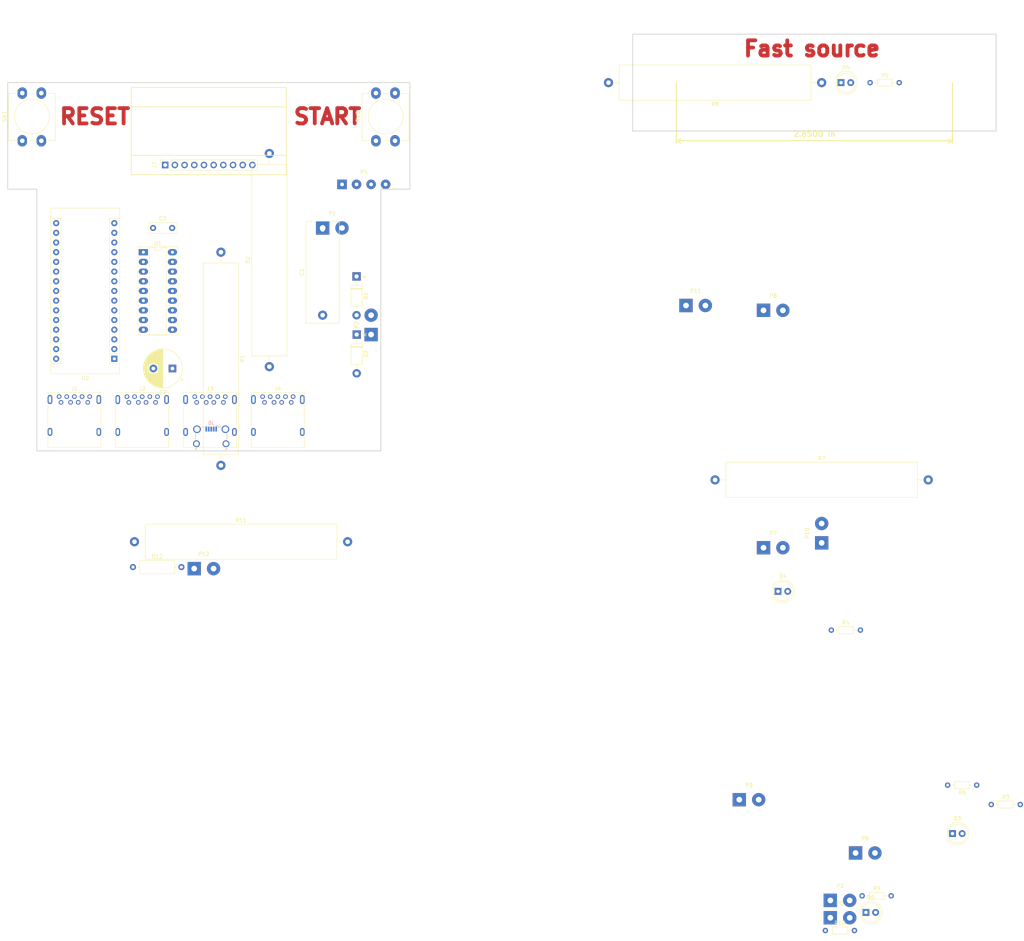
<source format=kicad_pcb>
(kicad_pcb (version 20171130) (host pcbnew 5.0.0-fee4fd1~66~ubuntu16.04.1)

  (general
    (thickness 1.6)
    (drawings 34)
    (tracks 0)
    (zones 0)
    (modules 43)
    (nets 38)
  )

  (page A3)
  (title_block
    (title "MYRT Energy Storage Station")
    (date 2018-08-27)
    (rev A)
    (company ESIGELEC)
  )

  (layers
    (0 F.Cu signal)
    (31 B.Cu signal)
    (32 B.Adhes user)
    (33 F.Adhes user)
    (34 B.Paste user)
    (35 F.Paste user)
    (36 B.SilkS user)
    (37 F.SilkS user)
    (38 B.Mask user)
    (39 F.Mask user)
    (40 Dwgs.User user)
    (41 Cmts.User user)
    (42 Eco1.User user)
    (43 Eco2.User user)
    (44 Edge.Cuts user)
    (45 Margin user)
    (46 B.CrtYd user)
    (47 F.CrtYd user)
    (48 B.Fab user)
    (49 F.Fab user)
  )

  (setup
    (last_trace_width 0.25)
    (user_trace_width 0.15)
    (user_trace_width 0.2)
    (user_trace_width 0.3)
    (user_trace_width 0.5)
    (user_trace_width 0.8)
    (user_trace_width 1)
    (user_trace_width 2)
    (user_trace_width 5)
    (trace_clearance 0.2)
    (zone_clearance 0.508)
    (zone_45_only no)
    (trace_min 0.15)
    (segment_width 0.2)
    (edge_width 0.2)
    (via_size 0.6)
    (via_drill 0.4)
    (via_min_size 0.6)
    (via_min_drill 0.35)
    (uvia_size 0.3)
    (uvia_drill 0.1)
    (uvias_allowed no)
    (uvia_min_size 0)
    (uvia_min_drill 0)
    (pcb_text_width 0.3)
    (pcb_text_size 1.5 1.5)
    (mod_edge_width 0.15)
    (mod_text_size 1 1)
    (mod_text_width 0.15)
    (pad_size 1.524 1.524)
    (pad_drill 0.762)
    (pad_to_mask_clearance 0.2)
    (aux_axis_origin 0 0)
    (visible_elements FFFFFF7F)
    (pcbplotparams
      (layerselection 0x00030_80000001)
      (usegerberextensions false)
      (usegerberattributes false)
      (usegerberadvancedattributes false)
      (creategerberjobfile false)
      (excludeedgelayer true)
      (linewidth 0.100000)
      (plotframeref false)
      (viasonmask false)
      (mode 1)
      (useauxorigin false)
      (hpglpennumber 1)
      (hpglpenspeed 20)
      (hpglpendiameter 15.000000)
      (psnegative false)
      (psa4output false)
      (plotreference true)
      (plotvalue true)
      (plotinvisibletext false)
      (padsonsilk false)
      (subtractmaskfromsilk false)
      (outputformat 1)
      (mirror false)
      (drillshape 1)
      (scaleselection 1)
      (outputdirectory ""))
  )

  (net 0 "")
  (net 1 /Vh10)
  (net 2 GND)
  (net 3 +5V)
  (net 4 "Net-(D3-Pad2)")
  (net 5 "Net-(D4-Pad2)")
  (net 6 "Net-(D5-Pad2)")
  (net 7 "Net-(J1-Pad4)")
  (net 8 "Net-(J2-Pad4)")
  (net 9 "Net-(J3-Pad4)")
  (net 10 "Net-(J4-Pad4)")
  (net 11 /DisplayRx)
  (net 12 "Net-(P1-Pad2)")
  (net 13 /Vharvest)
  (net 14 LEDS_MOSI)
  (net 15 LEDS_SCK)
  (net 16 "Net-(P9-Pad1)")
  (net 17 "Net-(P10-Pad1)")
  (net 18 "Net-(P11-Pad1)")
  (net 19 "Net-(U1-Pad6)")
  (net 20 "Net-(U1-Pad8)")
  (net 21 "/Charging stations/POWER_GND_S1")
  (net 22 "/Charging stations/POWER_GND_S2")
  (net 23 "/Charging stations/POWER_GND_S3")
  (net 24 "/Charging stations/POWER_5V_S1")
  (net 25 "/Charging stations/POWER_5V_S2")
  (net 26 "/Charging stations/POWER_5V_S3")
  (net 27 RESET_SW)
  (net 28 "Net-(U1-Pad3)")
  (net 29 "Net-(U1-Pad4)")
  (net 30 "Net-(U1-Pad5)")
  (net 31 "Net-(U1-Pad7)")
  (net 32 START_SW)
  (net 33 "/Charging stations/POWER_GND_S4")
  (net 34 "Net-(D6-Pad2)")
  (net 35 "/Charging stations/POWER_5V_S4")
  (net 36 "Net-(P5-Pad1)")
  (net 37 "Net-(P12-Pad2)")

  (net_class Default "This is the default net class."
    (clearance 0.2)
    (trace_width 0.25)
    (via_dia 0.6)
    (via_drill 0.4)
    (uvia_dia 0.3)
    (uvia_drill 0.1)
    (add_net +5V)
    (add_net "/Charging stations/POWER_5V_S1")
    (add_net "/Charging stations/POWER_5V_S2")
    (add_net "/Charging stations/POWER_5V_S3")
    (add_net "/Charging stations/POWER_5V_S4")
    (add_net "/Charging stations/POWER_GND_S1")
    (add_net "/Charging stations/POWER_GND_S2")
    (add_net "/Charging stations/POWER_GND_S3")
    (add_net "/Charging stations/POWER_GND_S4")
    (add_net /DisplayRx)
    (add_net /Vh10)
    (add_net /Vharvest)
    (add_net GND)
    (add_net LEDS_MOSI)
    (add_net LEDS_SCK)
    (add_net "Net-(D3-Pad2)")
    (add_net "Net-(D4-Pad2)")
    (add_net "Net-(D5-Pad2)")
    (add_net "Net-(D6-Pad2)")
    (add_net "Net-(J1-Pad4)")
    (add_net "Net-(J2-Pad4)")
    (add_net "Net-(J3-Pad4)")
    (add_net "Net-(J4-Pad4)")
    (add_net "Net-(P1-Pad2)")
    (add_net "Net-(P10-Pad1)")
    (add_net "Net-(P11-Pad1)")
    (add_net "Net-(P12-Pad2)")
    (add_net "Net-(P5-Pad1)")
    (add_net "Net-(P9-Pad1)")
    (add_net "Net-(U1-Pad3)")
    (add_net "Net-(U1-Pad4)")
    (add_net "Net-(U1-Pad5)")
    (add_net "Net-(U1-Pad6)")
    (add_net "Net-(U1-Pad7)")
    (add_net "Net-(U1-Pad8)")
    (add_net RESET_SW)
    (add_net START_SW)
  )

  (net_class min ""
    (clearance 0.15)
    (trace_width 0.15)
    (via_dia 0.6)
    (via_drill 0.35)
    (uvia_dia 0.15)
    (uvia_drill 0.1)
  )

  (module Button_Switch_THT:SW_PUSH-12mm_Wuerth-430476085716 (layer F.Cu) (tedit 5A02FE31) (tstamp 5B90DF14)
    (at 29.21 53.34 90)
    (descr "SW PUSH 12mm http://katalog.we-online.de/em/datasheet/430476085716.pdf")
    (tags "tact sw push 12mm")
    (path /5B844514)
    (fp_text reference SW1 (at 6.35 -4.66 90) (layer F.SilkS)
      (effects (font (size 1 1) (thickness 0.15)))
    )
    (fp_text value RESET_SW (at 6.35 9.93 90) (layer F.Fab)
      (effects (font (size 1 1) (thickness 0.15)))
    )
    (fp_text user %R (at 6.35 2.54 90) (layer F.Fab)
      (effects (font (size 1 1) (thickness 0.15)))
    )
    (fp_line (start 14.25 -3.75) (end -1.75 -3.75) (layer F.CrtYd) (width 0.05))
    (fp_line (start 14.25 8.75) (end 14.25 -3.75) (layer F.CrtYd) (width 0.05))
    (fp_line (start -1.75 8.75) (end 14.25 8.75) (layer F.CrtYd) (width 0.05))
    (fp_line (start -1.75 -3.75) (end -1.75 8.75) (layer F.CrtYd) (width 0.05))
    (fp_line (start 0.1 3.47) (end 0.1 1.53) (layer F.SilkS) (width 0.12))
    (fp_line (start 0.1 8.65) (end 0.1 6.53) (layer F.SilkS) (width 0.12))
    (fp_line (start 12.4 8.65) (end 0.1 8.65) (layer F.SilkS) (width 0.12))
    (fp_line (start 12.4 6.53) (end 12.4 8.65) (layer F.SilkS) (width 0.12))
    (fp_line (start 12.4 1.53) (end 12.4 3.47) (layer F.SilkS) (width 0.12))
    (fp_line (start 12.4 -3.65) (end 12.4 -1.53) (layer F.SilkS) (width 0.12))
    (fp_line (start 0.1 -3.65) (end 12.4 -3.65) (layer F.SilkS) (width 0.12))
    (fp_line (start 0.1 -1.53) (end 0.1 -3.65) (layer F.SilkS) (width 0.12))
    (fp_line (start 12.25 -3.5) (end 0.25 -3.5) (layer F.Fab) (width 0.1))
    (fp_line (start 12.25 8.5) (end 12.25 -3.5) (layer F.Fab) (width 0.1))
    (fp_line (start 0.25 8.5) (end 12.25 8.5) (layer F.Fab) (width 0.1))
    (fp_line (start 0.25 -3.5) (end 0.25 8.5) (layer F.Fab) (width 0.1))
    (fp_circle (center 6.35 2.54) (end 10.92905 2.54) (layer F.SilkS) (width 0.12))
    (pad 2 thru_hole oval (at 0 5 90) (size 3 2.5) (drill 1.2) (layers *.Cu *.Mask)
      (net 2 GND))
    (pad 1 thru_hole oval (at 0 0 90) (size 3 2.5) (drill 1.2) (layers *.Cu *.Mask)
      (net 27 RESET_SW))
    (pad 2 thru_hole oval (at 12.5 5 90) (size 3 2.5) (drill 1.2) (layers *.Cu *.Mask)
      (net 2 GND))
    (pad 1 thru_hole oval (at 12.5 0 90) (size 3 2.5) (drill 1.2) (layers *.Cu *.Mask)
      (net 27 RESET_SW))
    (model ${KISYS3DMOD}/Button_Switch_THT.3dshapes/SW_PUSH-12mm_Wuerth-430476085716.wrl
      (at (xyz 0 0 0))
      (scale (xyz 1 1 1))
      (rotate (xyz 0 0 0))
    )
  )

  (module Button_Switch_THT:SW_PUSH-12mm_Wuerth-430476085716 (layer F.Cu) (tedit 5A02FE31) (tstamp 5B90DE46)
    (at 121.92 53.34 90)
    (descr "SW PUSH 12mm http://katalog.we-online.de/em/datasheet/430476085716.pdf")
    (tags "tact sw push 12mm")
    (path /5B850C2D)
    (fp_text reference SW2 (at 6.35 -4.66 90) (layer F.SilkS)
      (effects (font (size 1 1) (thickness 0.15)))
    )
    (fp_text value START_STOP_SW (at 6.35 9.93 90) (layer F.Fab)
      (effects (font (size 1 1) (thickness 0.15)))
    )
    (fp_circle (center 6.35 2.54) (end 10.92905 2.54) (layer F.SilkS) (width 0.12))
    (fp_line (start 0.25 -3.5) (end 0.25 8.5) (layer F.Fab) (width 0.1))
    (fp_line (start 0.25 8.5) (end 12.25 8.5) (layer F.Fab) (width 0.1))
    (fp_line (start 12.25 8.5) (end 12.25 -3.5) (layer F.Fab) (width 0.1))
    (fp_line (start 12.25 -3.5) (end 0.25 -3.5) (layer F.Fab) (width 0.1))
    (fp_line (start 0.1 -1.53) (end 0.1 -3.65) (layer F.SilkS) (width 0.12))
    (fp_line (start 0.1 -3.65) (end 12.4 -3.65) (layer F.SilkS) (width 0.12))
    (fp_line (start 12.4 -3.65) (end 12.4 -1.53) (layer F.SilkS) (width 0.12))
    (fp_line (start 12.4 1.53) (end 12.4 3.47) (layer F.SilkS) (width 0.12))
    (fp_line (start 12.4 6.53) (end 12.4 8.65) (layer F.SilkS) (width 0.12))
    (fp_line (start 12.4 8.65) (end 0.1 8.65) (layer F.SilkS) (width 0.12))
    (fp_line (start 0.1 8.65) (end 0.1 6.53) (layer F.SilkS) (width 0.12))
    (fp_line (start 0.1 3.47) (end 0.1 1.53) (layer F.SilkS) (width 0.12))
    (fp_line (start -1.75 -3.75) (end -1.75 8.75) (layer F.CrtYd) (width 0.05))
    (fp_line (start -1.75 8.75) (end 14.25 8.75) (layer F.CrtYd) (width 0.05))
    (fp_line (start 14.25 8.75) (end 14.25 -3.75) (layer F.CrtYd) (width 0.05))
    (fp_line (start 14.25 -3.75) (end -1.75 -3.75) (layer F.CrtYd) (width 0.05))
    (fp_text user %R (at 6.35 2.54 90) (layer F.Fab)
      (effects (font (size 1 1) (thickness 0.15)))
    )
    (pad 1 thru_hole oval (at 12.5 0 90) (size 3 2.5) (drill 1.2) (layers *.Cu *.Mask)
      (net 32 START_SW))
    (pad 2 thru_hole oval (at 12.5 5 90) (size 3 2.5) (drill 1.2) (layers *.Cu *.Mask)
      (net 2 GND))
    (pad 1 thru_hole oval (at 0 0 90) (size 3 2.5) (drill 1.2) (layers *.Cu *.Mask)
      (net 32 START_SW))
    (pad 2 thru_hole oval (at 0 5 90) (size 3 2.5) (drill 1.2) (layers *.Cu *.Mask)
      (net 2 GND))
    (model ${KISYS3DMOD}/Button_Switch_THT.3dshapes/SW_PUSH-12mm_Wuerth-430476085716.wrl
      (at (xyz 0 0 0))
      (scale (xyz 1 1 1))
      (rotate (xyz 0 0 0))
    )
  )

  (module Module:Arduino_Nano (layer F.Cu) (tedit 58ACAF70) (tstamp 5B90E1E5)
    (at 53.34 110.49 180)
    (descr "Arduino Nano, http://www.mouser.com/pdfdocs/Gravitech_Arduino_Nano3_0.pdf")
    (tags "Arduino Nano")
    (path /5919B504)
    (fp_text reference U2 (at 7.62 -5.08 180) (layer F.SilkS)
      (effects (font (size 1 1) (thickness 0.15)))
    )
    (fp_text value arduino-nano-ATmega328 (at 8.89 19.05 270) (layer F.Fab)
      (effects (font (size 1 1) (thickness 0.15)))
    )
    (fp_text user %R (at 6.35 19.05 270) (layer F.Fab)
      (effects (font (size 1 1) (thickness 0.15)))
    )
    (fp_line (start 1.27 1.27) (end 1.27 -1.27) (layer F.SilkS) (width 0.12))
    (fp_line (start 1.27 -1.27) (end -1.4 -1.27) (layer F.SilkS) (width 0.12))
    (fp_line (start -1.4 1.27) (end -1.4 39.5) (layer F.SilkS) (width 0.12))
    (fp_line (start -1.4 -3.94) (end -1.4 -1.27) (layer F.SilkS) (width 0.12))
    (fp_line (start 13.97 -1.27) (end 16.64 -1.27) (layer F.SilkS) (width 0.12))
    (fp_line (start 13.97 -1.27) (end 13.97 36.83) (layer F.SilkS) (width 0.12))
    (fp_line (start 13.97 36.83) (end 16.64 36.83) (layer F.SilkS) (width 0.12))
    (fp_line (start 1.27 1.27) (end -1.4 1.27) (layer F.SilkS) (width 0.12))
    (fp_line (start 1.27 1.27) (end 1.27 36.83) (layer F.SilkS) (width 0.12))
    (fp_line (start 1.27 36.83) (end -1.4 36.83) (layer F.SilkS) (width 0.12))
    (fp_line (start 3.81 31.75) (end 11.43 31.75) (layer F.Fab) (width 0.1))
    (fp_line (start 11.43 31.75) (end 11.43 41.91) (layer F.Fab) (width 0.1))
    (fp_line (start 11.43 41.91) (end 3.81 41.91) (layer F.Fab) (width 0.1))
    (fp_line (start 3.81 41.91) (end 3.81 31.75) (layer F.Fab) (width 0.1))
    (fp_line (start -1.4 39.5) (end 16.64 39.5) (layer F.SilkS) (width 0.12))
    (fp_line (start 16.64 39.5) (end 16.64 -3.94) (layer F.SilkS) (width 0.12))
    (fp_line (start 16.64 -3.94) (end -1.4 -3.94) (layer F.SilkS) (width 0.12))
    (fp_line (start 16.51 39.37) (end -1.27 39.37) (layer F.Fab) (width 0.1))
    (fp_line (start -1.27 39.37) (end -1.27 -2.54) (layer F.Fab) (width 0.1))
    (fp_line (start -1.27 -2.54) (end 0 -3.81) (layer F.Fab) (width 0.1))
    (fp_line (start 0 -3.81) (end 16.51 -3.81) (layer F.Fab) (width 0.1))
    (fp_line (start 16.51 -3.81) (end 16.51 39.37) (layer F.Fab) (width 0.1))
    (fp_line (start -1.53 -4.06) (end 16.75 -4.06) (layer F.CrtYd) (width 0.05))
    (fp_line (start -1.53 -4.06) (end -1.53 42.16) (layer F.CrtYd) (width 0.05))
    (fp_line (start 16.75 42.16) (end 16.75 -4.06) (layer F.CrtYd) (width 0.05))
    (fp_line (start 16.75 42.16) (end -1.53 42.16) (layer F.CrtYd) (width 0.05))
    (pad 1 thru_hole rect (at 0 0 180) (size 1.6 1.6) (drill 0.8) (layers *.Cu *.Mask))
    (pad 17 thru_hole oval (at 15.24 33.02 180) (size 1.6 1.6) (drill 0.8) (layers *.Cu *.Mask))
    (pad 2 thru_hole oval (at 0 2.54 180) (size 1.6 1.6) (drill 0.8) (layers *.Cu *.Mask))
    (pad 18 thru_hole oval (at 15.24 30.48 180) (size 1.6 1.6) (drill 0.8) (layers *.Cu *.Mask))
    (pad 3 thru_hole oval (at 0 5.08 180) (size 1.6 1.6) (drill 0.8) (layers *.Cu *.Mask)
      (net 27 RESET_SW))
    (pad 19 thru_hole oval (at 15.24 27.94 180) (size 1.6 1.6) (drill 0.8) (layers *.Cu *.Mask)
      (net 1 /Vh10))
    (pad 4 thru_hole oval (at 0 7.62 180) (size 1.6 1.6) (drill 0.8) (layers *.Cu *.Mask)
      (net 2 GND))
    (pad 20 thru_hole oval (at 15.24 25.4 180) (size 1.6 1.6) (drill 0.8) (layers *.Cu *.Mask))
    (pad 5 thru_hole oval (at 0 10.16 180) (size 1.6 1.6) (drill 0.8) (layers *.Cu *.Mask)
      (net 32 START_SW))
    (pad 21 thru_hole oval (at 15.24 22.86 180) (size 1.6 1.6) (drill 0.8) (layers *.Cu *.Mask))
    (pad 6 thru_hole oval (at 0 12.7 180) (size 1.6 1.6) (drill 0.8) (layers *.Cu *.Mask)
      (net 20 "Net-(U1-Pad8)"))
    (pad 22 thru_hole oval (at 15.24 20.32 180) (size 1.6 1.6) (drill 0.8) (layers *.Cu *.Mask))
    (pad 7 thru_hole oval (at 0 15.24 180) (size 1.6 1.6) (drill 0.8) (layers *.Cu *.Mask)
      (net 31 "Net-(U1-Pad7)"))
    (pad 23 thru_hole oval (at 15.24 17.78 180) (size 1.6 1.6) (drill 0.8) (layers *.Cu *.Mask))
    (pad 8 thru_hole oval (at 0 17.78 180) (size 1.6 1.6) (drill 0.8) (layers *.Cu *.Mask)
      (net 19 "Net-(U1-Pad6)"))
    (pad 24 thru_hole oval (at 15.24 15.24 180) (size 1.6 1.6) (drill 0.8) (layers *.Cu *.Mask))
    (pad 9 thru_hole oval (at 0 20.32 180) (size 1.6 1.6) (drill 0.8) (layers *.Cu *.Mask)
      (net 30 "Net-(U1-Pad5)"))
    (pad 25 thru_hole oval (at 15.24 12.7 180) (size 1.6 1.6) (drill 0.8) (layers *.Cu *.Mask))
    (pad 10 thru_hole oval (at 0 22.86 180) (size 1.6 1.6) (drill 0.8) (layers *.Cu *.Mask)
      (net 29 "Net-(U1-Pad4)"))
    (pad 26 thru_hole oval (at 15.24 10.16 180) (size 1.6 1.6) (drill 0.8) (layers *.Cu *.Mask))
    (pad 11 thru_hole oval (at 0 25.4 180) (size 1.6 1.6) (drill 0.8) (layers *.Cu *.Mask)
      (net 28 "Net-(U1-Pad3)"))
    (pad 27 thru_hole oval (at 15.24 7.62 180) (size 1.6 1.6) (drill 0.8) (layers *.Cu *.Mask)
      (net 3 +5V))
    (pad 12 thru_hole oval (at 0 27.94 180) (size 1.6 1.6) (drill 0.8) (layers *.Cu *.Mask))
    (pad 28 thru_hole oval (at 15.24 5.08 180) (size 1.6 1.6) (drill 0.8) (layers *.Cu *.Mask)
      (net 27 RESET_SW))
    (pad 13 thru_hole oval (at 0 30.48 180) (size 1.6 1.6) (drill 0.8) (layers *.Cu *.Mask)
      (net 11 /DisplayRx))
    (pad 29 thru_hole oval (at 15.24 2.54 180) (size 1.6 1.6) (drill 0.8) (layers *.Cu *.Mask)
      (net 2 GND))
    (pad 14 thru_hole oval (at 0 33.02 180) (size 1.6 1.6) (drill 0.8) (layers *.Cu *.Mask)
      (net 14 LEDS_MOSI))
    (pad 30 thru_hole oval (at 15.24 0 180) (size 1.6 1.6) (drill 0.8) (layers *.Cu *.Mask))
    (pad 15 thru_hole oval (at 0 35.56 180) (size 1.6 1.6) (drill 0.8) (layers *.Cu *.Mask))
    (pad 16 thru_hole oval (at 15.24 35.56 180) (size 1.6 1.6) (drill 0.8) (layers *.Cu *.Mask)
      (net 15 LEDS_SCK))
    (model ${KISYS3DMOD}/Module.3dshapes/Arduino_Nano_WithMountingHoles.wrl
      (at (xyz 0 0 0))
      (scale (xyz 1 1 1))
      (rotate (xyz 0 0 0))
    )
  )

  (module Package_DIP:DIP-18_W7.62mm_Socket_LongPads (layer F.Cu) (tedit 5A02E8C5) (tstamp 5B91163E)
    (at 60.96 82.55)
    (descr "18-lead though-hole mounted DIP package, row spacing 7.62 mm (300 mils), Socket, LongPads")
    (tags "THT DIP DIL PDIP 2.54mm 7.62mm 300mil Socket LongPads")
    (path /5B855506)
    (fp_text reference U1 (at 3.81 -2.33) (layer F.SilkS)
      (effects (font (size 1 1) (thickness 0.15)))
    )
    (fp_text value ULN2803A (at 3.81 22.65) (layer F.Fab)
      (effects (font (size 1 1) (thickness 0.15)))
    )
    (fp_arc (start 3.81 -1.33) (end 2.81 -1.33) (angle -180) (layer F.SilkS) (width 0.12))
    (fp_line (start 1.635 -1.27) (end 6.985 -1.27) (layer F.Fab) (width 0.1))
    (fp_line (start 6.985 -1.27) (end 6.985 21.59) (layer F.Fab) (width 0.1))
    (fp_line (start 6.985 21.59) (end 0.635 21.59) (layer F.Fab) (width 0.1))
    (fp_line (start 0.635 21.59) (end 0.635 -0.27) (layer F.Fab) (width 0.1))
    (fp_line (start 0.635 -0.27) (end 1.635 -1.27) (layer F.Fab) (width 0.1))
    (fp_line (start -1.27 -1.33) (end -1.27 21.65) (layer F.Fab) (width 0.1))
    (fp_line (start -1.27 21.65) (end 8.89 21.65) (layer F.Fab) (width 0.1))
    (fp_line (start 8.89 21.65) (end 8.89 -1.33) (layer F.Fab) (width 0.1))
    (fp_line (start 8.89 -1.33) (end -1.27 -1.33) (layer F.Fab) (width 0.1))
    (fp_line (start 2.81 -1.33) (end 1.56 -1.33) (layer F.SilkS) (width 0.12))
    (fp_line (start 1.56 -1.33) (end 1.56 21.65) (layer F.SilkS) (width 0.12))
    (fp_line (start 1.56 21.65) (end 6.06 21.65) (layer F.SilkS) (width 0.12))
    (fp_line (start 6.06 21.65) (end 6.06 -1.33) (layer F.SilkS) (width 0.12))
    (fp_line (start 6.06 -1.33) (end 4.81 -1.33) (layer F.SilkS) (width 0.12))
    (fp_line (start -1.44 -1.39) (end -1.44 21.71) (layer F.SilkS) (width 0.12))
    (fp_line (start -1.44 21.71) (end 9.06 21.71) (layer F.SilkS) (width 0.12))
    (fp_line (start 9.06 21.71) (end 9.06 -1.39) (layer F.SilkS) (width 0.12))
    (fp_line (start 9.06 -1.39) (end -1.44 -1.39) (layer F.SilkS) (width 0.12))
    (fp_line (start -1.55 -1.6) (end -1.55 21.9) (layer F.CrtYd) (width 0.05))
    (fp_line (start -1.55 21.9) (end 9.15 21.9) (layer F.CrtYd) (width 0.05))
    (fp_line (start 9.15 21.9) (end 9.15 -1.6) (layer F.CrtYd) (width 0.05))
    (fp_line (start 9.15 -1.6) (end -1.55 -1.6) (layer F.CrtYd) (width 0.05))
    (fp_text user %R (at 3.81 10.16) (layer F.Fab)
      (effects (font (size 1 1) (thickness 0.15)))
    )
    (pad 1 thru_hole rect (at 0 0) (size 2.4 1.6) (drill 0.8) (layers *.Cu *.Mask)
      (net 2 GND))
    (pad 10 thru_hole oval (at 7.62 20.32) (size 2.4 1.6) (drill 0.8) (layers *.Cu *.Mask)
      (net 3 +5V))
    (pad 2 thru_hole oval (at 0 2.54) (size 2.4 1.6) (drill 0.8) (layers *.Cu *.Mask)
      (net 2 GND))
    (pad 11 thru_hole oval (at 7.62 17.78) (size 2.4 1.6) (drill 0.8) (layers *.Cu *.Mask)
      (net 7 "Net-(J1-Pad4)"))
    (pad 3 thru_hole oval (at 0 5.08) (size 2.4 1.6) (drill 0.8) (layers *.Cu *.Mask)
      (net 28 "Net-(U1-Pad3)"))
    (pad 12 thru_hole oval (at 7.62 15.24) (size 2.4 1.6) (drill 0.8) (layers *.Cu *.Mask)
      (net 8 "Net-(J2-Pad4)"))
    (pad 4 thru_hole oval (at 0 7.62) (size 2.4 1.6) (drill 0.8) (layers *.Cu *.Mask)
      (net 29 "Net-(U1-Pad4)"))
    (pad 13 thru_hole oval (at 7.62 12.7) (size 2.4 1.6) (drill 0.8) (layers *.Cu *.Mask)
      (net 9 "Net-(J3-Pad4)"))
    (pad 5 thru_hole oval (at 0 10.16) (size 2.4 1.6) (drill 0.8) (layers *.Cu *.Mask)
      (net 30 "Net-(U1-Pad5)"))
    (pad 14 thru_hole oval (at 7.62 10.16) (size 2.4 1.6) (drill 0.8) (layers *.Cu *.Mask)
      (net 10 "Net-(J4-Pad4)"))
    (pad 6 thru_hole oval (at 0 12.7) (size 2.4 1.6) (drill 0.8) (layers *.Cu *.Mask)
      (net 19 "Net-(U1-Pad6)"))
    (pad 15 thru_hole oval (at 7.62 7.62) (size 2.4 1.6) (drill 0.8) (layers *.Cu *.Mask)
      (net 37 "Net-(P12-Pad2)"))
    (pad 7 thru_hole oval (at 0 15.24) (size 2.4 1.6) (drill 0.8) (layers *.Cu *.Mask)
      (net 31 "Net-(U1-Pad7)"))
    (pad 16 thru_hole oval (at 7.62 5.08) (size 2.4 1.6) (drill 0.8) (layers *.Cu *.Mask)
      (net 12 "Net-(P1-Pad2)"))
    (pad 8 thru_hole oval (at 0 17.78) (size 2.4 1.6) (drill 0.8) (layers *.Cu *.Mask)
      (net 20 "Net-(U1-Pad8)"))
    (pad 17 thru_hole oval (at 7.62 2.54) (size 2.4 1.6) (drill 0.8) (layers *.Cu *.Mask))
    (pad 9 thru_hole oval (at 0 20.32) (size 2.4 1.6) (drill 0.8) (layers *.Cu *.Mask)
      (net 2 GND))
    (pad 18 thru_hole oval (at 7.62 0) (size 2.4 1.6) (drill 0.8) (layers *.Cu *.Mask))
    (model ${KISYS3DMOD}/Package_DIP.3dshapes/DIP-18_W7.62mm_Socket.wrl
      (at (xyz 0 0 0))
      (scale (xyz 1 1 1))
      (rotate (xyz 0 0 0))
    )
  )

  (module Capacitor_THT:C_Rect_L7.0mm_W2.5mm_P5.00mm (layer F.Cu) (tedit 5AE50EF0) (tstamp 5B913D02)
    (at 63.5 76.2)
    (descr "C, Rect series, Radial, pin pitch=5.00mm, , length*width=7*2.5mm^2, Capacitor")
    (tags "C Rect series Radial pin pitch 5.00mm  length 7mm width 2.5mm Capacitor")
    (path /5B9972C3)
    (fp_text reference C3 (at 2.5 -2.5) (layer F.SilkS)
      (effects (font (size 1 1) (thickness 0.15)))
    )
    (fp_text value 100n (at 2.5 2.5) (layer F.Fab)
      (effects (font (size 1 1) (thickness 0.15)))
    )
    (fp_line (start -1 -1.25) (end -1 1.25) (layer F.Fab) (width 0.1))
    (fp_line (start -1 1.25) (end 6 1.25) (layer F.Fab) (width 0.1))
    (fp_line (start 6 1.25) (end 6 -1.25) (layer F.Fab) (width 0.1))
    (fp_line (start 6 -1.25) (end -1 -1.25) (layer F.Fab) (width 0.1))
    (fp_line (start -1.12 -1.37) (end 6.12 -1.37) (layer F.SilkS) (width 0.12))
    (fp_line (start -1.12 1.37) (end 6.12 1.37) (layer F.SilkS) (width 0.12))
    (fp_line (start -1.12 -1.37) (end -1.12 1.37) (layer F.SilkS) (width 0.12))
    (fp_line (start 6.12 -1.37) (end 6.12 1.37) (layer F.SilkS) (width 0.12))
    (fp_line (start -1.25 -1.5) (end -1.25 1.5) (layer F.CrtYd) (width 0.05))
    (fp_line (start -1.25 1.5) (end 6.25 1.5) (layer F.CrtYd) (width 0.05))
    (fp_line (start 6.25 1.5) (end 6.25 -1.5) (layer F.CrtYd) (width 0.05))
    (fp_line (start 6.25 -1.5) (end -1.25 -1.5) (layer F.CrtYd) (width 0.05))
    (fp_text user %R (at 2.5 0) (layer F.Fab)
      (effects (font (size 1 1) (thickness 0.15)))
    )
    (pad 1 thru_hole circle (at 0 0) (size 1.6 1.6) (drill 0.8) (layers *.Cu *.Mask)
      (net 2 GND))
    (pad 2 thru_hole circle (at 5 0) (size 1.6 1.6) (drill 0.8) (layers *.Cu *.Mask)
      (net 3 +5V))
    (model ${KISYS3DMOD}/Capacitor_THT.3dshapes/C_Rect_L7.0mm_W2.5mm_P5.00mm.wrl
      (at (xyz 0 0 0))
      (scale (xyz 1 1 1))
      (rotate (xyz 0 0 0))
    )
  )

  (module Capacitor_THT:C_Rect_L26.5mm_W8.5mm_P22.50mm_MKS4 (layer F.Cu) (tedit 5AE50EF0) (tstamp 5B9158B5)
    (at 107.95 99.06 90)
    (descr "C, Rect series, Radial, pin pitch=22.50mm, , length*width=26.5*8.5mm^2, Capacitor, http://www.wima.com/EN/WIMA_MKS_4.pdf")
    (tags "C Rect series Radial pin pitch 22.50mm  length 26.5mm width 8.5mm Capacitor")
    (path /5B461EE5)
    (fp_text reference C1 (at 11.25 -5.5 90) (layer F.SilkS)
      (effects (font (size 1 1) (thickness 0.15)))
    )
    (fp_text value 10uF (at 11.25 5.5 90) (layer F.Fab)
      (effects (font (size 1 1) (thickness 0.15)))
    )
    (fp_line (start -2 -4.25) (end -2 4.25) (layer F.Fab) (width 0.1))
    (fp_line (start -2 4.25) (end 24.5 4.25) (layer F.Fab) (width 0.1))
    (fp_line (start 24.5 4.25) (end 24.5 -4.25) (layer F.Fab) (width 0.1))
    (fp_line (start 24.5 -4.25) (end -2 -4.25) (layer F.Fab) (width 0.1))
    (fp_line (start -2.12 -4.37) (end 24.62 -4.37) (layer F.SilkS) (width 0.12))
    (fp_line (start -2.12 4.37) (end 24.62 4.37) (layer F.SilkS) (width 0.12))
    (fp_line (start -2.12 -4.37) (end -2.12 4.37) (layer F.SilkS) (width 0.12))
    (fp_line (start 24.62 -4.37) (end 24.62 4.37) (layer F.SilkS) (width 0.12))
    (fp_line (start -2.25 -4.5) (end -2.25 4.5) (layer F.CrtYd) (width 0.05))
    (fp_line (start -2.25 4.5) (end 24.75 4.5) (layer F.CrtYd) (width 0.05))
    (fp_line (start 24.75 4.5) (end 24.75 -4.5) (layer F.CrtYd) (width 0.05))
    (fp_line (start 24.75 -4.5) (end -2.25 -4.5) (layer F.CrtYd) (width 0.05))
    (fp_text user %R (at 11.25 0 90) (layer F.Fab)
      (effects (font (size 1 1) (thickness 0.15)))
    )
    (pad 1 thru_hole circle (at 0 0 90) (size 2.4 2.4) (drill 1.2) (layers *.Cu *.Mask)
      (net 1 /Vh10))
    (pad 2 thru_hole circle (at 22.5 0 90) (size 2.4 2.4) (drill 1.2) (layers *.Cu *.Mask)
      (net 2 GND))
    (model ${KISYS3DMOD}/Capacitor_THT.3dshapes/C_Rect_L26.5mm_W8.5mm_P22.50mm_MKS4.wrl
      (at (xyz 0 0 0))
      (scale (xyz 1 1 1))
      (rotate (xyz 0 0 0))
    )
  )

  (module Capacitor_THT:CP_Radial_D10.0mm_P5.00mm (layer F.Cu) (tedit 5AE50EF1) (tstamp 5B9158C7)
    (at 68.58 113.03 180)
    (descr "CP, Radial series, Radial, pin pitch=5.00mm, , diameter=10mm, Electrolytic Capacitor")
    (tags "CP Radial series Radial pin pitch 5.00mm  diameter 10mm Electrolytic Capacitor")
    (path /5919B920)
    (fp_text reference C2 (at 2.5 -6.25 180) (layer F.SilkS)
      (effects (font (size 1 1) (thickness 0.15)))
    )
    (fp_text value CP (at 2.5 6.25 180) (layer F.Fab)
      (effects (font (size 1 1) (thickness 0.15)))
    )
    (fp_circle (center 2.5 0) (end 7.5 0) (layer F.Fab) (width 0.1))
    (fp_circle (center 2.5 0) (end 7.62 0) (layer F.SilkS) (width 0.12))
    (fp_circle (center 2.5 0) (end 7.75 0) (layer F.CrtYd) (width 0.05))
    (fp_line (start -1.788861 -2.1875) (end -0.788861 -2.1875) (layer F.Fab) (width 0.1))
    (fp_line (start -1.288861 -2.6875) (end -1.288861 -1.6875) (layer F.Fab) (width 0.1))
    (fp_line (start 2.5 -5.08) (end 2.5 5.08) (layer F.SilkS) (width 0.12))
    (fp_line (start 2.54 -5.08) (end 2.54 5.08) (layer F.SilkS) (width 0.12))
    (fp_line (start 2.58 -5.08) (end 2.58 5.08) (layer F.SilkS) (width 0.12))
    (fp_line (start 2.62 -5.079) (end 2.62 5.079) (layer F.SilkS) (width 0.12))
    (fp_line (start 2.66 -5.078) (end 2.66 5.078) (layer F.SilkS) (width 0.12))
    (fp_line (start 2.7 -5.077) (end 2.7 5.077) (layer F.SilkS) (width 0.12))
    (fp_line (start 2.74 -5.075) (end 2.74 5.075) (layer F.SilkS) (width 0.12))
    (fp_line (start 2.78 -5.073) (end 2.78 5.073) (layer F.SilkS) (width 0.12))
    (fp_line (start 2.82 -5.07) (end 2.82 5.07) (layer F.SilkS) (width 0.12))
    (fp_line (start 2.86 -5.068) (end 2.86 5.068) (layer F.SilkS) (width 0.12))
    (fp_line (start 2.9 -5.065) (end 2.9 5.065) (layer F.SilkS) (width 0.12))
    (fp_line (start 2.94 -5.062) (end 2.94 5.062) (layer F.SilkS) (width 0.12))
    (fp_line (start 2.98 -5.058) (end 2.98 5.058) (layer F.SilkS) (width 0.12))
    (fp_line (start 3.02 -5.054) (end 3.02 5.054) (layer F.SilkS) (width 0.12))
    (fp_line (start 3.06 -5.05) (end 3.06 5.05) (layer F.SilkS) (width 0.12))
    (fp_line (start 3.1 -5.045) (end 3.1 5.045) (layer F.SilkS) (width 0.12))
    (fp_line (start 3.14 -5.04) (end 3.14 5.04) (layer F.SilkS) (width 0.12))
    (fp_line (start 3.18 -5.035) (end 3.18 5.035) (layer F.SilkS) (width 0.12))
    (fp_line (start 3.221 -5.03) (end 3.221 5.03) (layer F.SilkS) (width 0.12))
    (fp_line (start 3.261 -5.024) (end 3.261 5.024) (layer F.SilkS) (width 0.12))
    (fp_line (start 3.301 -5.018) (end 3.301 5.018) (layer F.SilkS) (width 0.12))
    (fp_line (start 3.341 -5.011) (end 3.341 5.011) (layer F.SilkS) (width 0.12))
    (fp_line (start 3.381 -5.004) (end 3.381 5.004) (layer F.SilkS) (width 0.12))
    (fp_line (start 3.421 -4.997) (end 3.421 4.997) (layer F.SilkS) (width 0.12))
    (fp_line (start 3.461 -4.99) (end 3.461 4.99) (layer F.SilkS) (width 0.12))
    (fp_line (start 3.501 -4.982) (end 3.501 4.982) (layer F.SilkS) (width 0.12))
    (fp_line (start 3.541 -4.974) (end 3.541 4.974) (layer F.SilkS) (width 0.12))
    (fp_line (start 3.581 -4.965) (end 3.581 4.965) (layer F.SilkS) (width 0.12))
    (fp_line (start 3.621 -4.956) (end 3.621 4.956) (layer F.SilkS) (width 0.12))
    (fp_line (start 3.661 -4.947) (end 3.661 4.947) (layer F.SilkS) (width 0.12))
    (fp_line (start 3.701 -4.938) (end 3.701 4.938) (layer F.SilkS) (width 0.12))
    (fp_line (start 3.741 -4.928) (end 3.741 4.928) (layer F.SilkS) (width 0.12))
    (fp_line (start 3.781 -4.918) (end 3.781 -1.241) (layer F.SilkS) (width 0.12))
    (fp_line (start 3.781 1.241) (end 3.781 4.918) (layer F.SilkS) (width 0.12))
    (fp_line (start 3.821 -4.907) (end 3.821 -1.241) (layer F.SilkS) (width 0.12))
    (fp_line (start 3.821 1.241) (end 3.821 4.907) (layer F.SilkS) (width 0.12))
    (fp_line (start 3.861 -4.897) (end 3.861 -1.241) (layer F.SilkS) (width 0.12))
    (fp_line (start 3.861 1.241) (end 3.861 4.897) (layer F.SilkS) (width 0.12))
    (fp_line (start 3.901 -4.885) (end 3.901 -1.241) (layer F.SilkS) (width 0.12))
    (fp_line (start 3.901 1.241) (end 3.901 4.885) (layer F.SilkS) (width 0.12))
    (fp_line (start 3.941 -4.874) (end 3.941 -1.241) (layer F.SilkS) (width 0.12))
    (fp_line (start 3.941 1.241) (end 3.941 4.874) (layer F.SilkS) (width 0.12))
    (fp_line (start 3.981 -4.862) (end 3.981 -1.241) (layer F.SilkS) (width 0.12))
    (fp_line (start 3.981 1.241) (end 3.981 4.862) (layer F.SilkS) (width 0.12))
    (fp_line (start 4.021 -4.85) (end 4.021 -1.241) (layer F.SilkS) (width 0.12))
    (fp_line (start 4.021 1.241) (end 4.021 4.85) (layer F.SilkS) (width 0.12))
    (fp_line (start 4.061 -4.837) (end 4.061 -1.241) (layer F.SilkS) (width 0.12))
    (fp_line (start 4.061 1.241) (end 4.061 4.837) (layer F.SilkS) (width 0.12))
    (fp_line (start 4.101 -4.824) (end 4.101 -1.241) (layer F.SilkS) (width 0.12))
    (fp_line (start 4.101 1.241) (end 4.101 4.824) (layer F.SilkS) (width 0.12))
    (fp_line (start 4.141 -4.811) (end 4.141 -1.241) (layer F.SilkS) (width 0.12))
    (fp_line (start 4.141 1.241) (end 4.141 4.811) (layer F.SilkS) (width 0.12))
    (fp_line (start 4.181 -4.797) (end 4.181 -1.241) (layer F.SilkS) (width 0.12))
    (fp_line (start 4.181 1.241) (end 4.181 4.797) (layer F.SilkS) (width 0.12))
    (fp_line (start 4.221 -4.783) (end 4.221 -1.241) (layer F.SilkS) (width 0.12))
    (fp_line (start 4.221 1.241) (end 4.221 4.783) (layer F.SilkS) (width 0.12))
    (fp_line (start 4.261 -4.768) (end 4.261 -1.241) (layer F.SilkS) (width 0.12))
    (fp_line (start 4.261 1.241) (end 4.261 4.768) (layer F.SilkS) (width 0.12))
    (fp_line (start 4.301 -4.754) (end 4.301 -1.241) (layer F.SilkS) (width 0.12))
    (fp_line (start 4.301 1.241) (end 4.301 4.754) (layer F.SilkS) (width 0.12))
    (fp_line (start 4.341 -4.738) (end 4.341 -1.241) (layer F.SilkS) (width 0.12))
    (fp_line (start 4.341 1.241) (end 4.341 4.738) (layer F.SilkS) (width 0.12))
    (fp_line (start 4.381 -4.723) (end 4.381 -1.241) (layer F.SilkS) (width 0.12))
    (fp_line (start 4.381 1.241) (end 4.381 4.723) (layer F.SilkS) (width 0.12))
    (fp_line (start 4.421 -4.707) (end 4.421 -1.241) (layer F.SilkS) (width 0.12))
    (fp_line (start 4.421 1.241) (end 4.421 4.707) (layer F.SilkS) (width 0.12))
    (fp_line (start 4.461 -4.69) (end 4.461 -1.241) (layer F.SilkS) (width 0.12))
    (fp_line (start 4.461 1.241) (end 4.461 4.69) (layer F.SilkS) (width 0.12))
    (fp_line (start 4.501 -4.674) (end 4.501 -1.241) (layer F.SilkS) (width 0.12))
    (fp_line (start 4.501 1.241) (end 4.501 4.674) (layer F.SilkS) (width 0.12))
    (fp_line (start 4.541 -4.657) (end 4.541 -1.241) (layer F.SilkS) (width 0.12))
    (fp_line (start 4.541 1.241) (end 4.541 4.657) (layer F.SilkS) (width 0.12))
    (fp_line (start 4.581 -4.639) (end 4.581 -1.241) (layer F.SilkS) (width 0.12))
    (fp_line (start 4.581 1.241) (end 4.581 4.639) (layer F.SilkS) (width 0.12))
    (fp_line (start 4.621 -4.621) (end 4.621 -1.241) (layer F.SilkS) (width 0.12))
    (fp_line (start 4.621 1.241) (end 4.621 4.621) (layer F.SilkS) (width 0.12))
    (fp_line (start 4.661 -4.603) (end 4.661 -1.241) (layer F.SilkS) (width 0.12))
    (fp_line (start 4.661 1.241) (end 4.661 4.603) (layer F.SilkS) (width 0.12))
    (fp_line (start 4.701 -4.584) (end 4.701 -1.241) (layer F.SilkS) (width 0.12))
    (fp_line (start 4.701 1.241) (end 4.701 4.584) (layer F.SilkS) (width 0.12))
    (fp_line (start 4.741 -4.564) (end 4.741 -1.241) (layer F.SilkS) (width 0.12))
    (fp_line (start 4.741 1.241) (end 4.741 4.564) (layer F.SilkS) (width 0.12))
    (fp_line (start 4.781 -4.545) (end 4.781 -1.241) (layer F.SilkS) (width 0.12))
    (fp_line (start 4.781 1.241) (end 4.781 4.545) (layer F.SilkS) (width 0.12))
    (fp_line (start 4.821 -4.525) (end 4.821 -1.241) (layer F.SilkS) (width 0.12))
    (fp_line (start 4.821 1.241) (end 4.821 4.525) (layer F.SilkS) (width 0.12))
    (fp_line (start 4.861 -4.504) (end 4.861 -1.241) (layer F.SilkS) (width 0.12))
    (fp_line (start 4.861 1.241) (end 4.861 4.504) (layer F.SilkS) (width 0.12))
    (fp_line (start 4.901 -4.483) (end 4.901 -1.241) (layer F.SilkS) (width 0.12))
    (fp_line (start 4.901 1.241) (end 4.901 4.483) (layer F.SilkS) (width 0.12))
    (fp_line (start 4.941 -4.462) (end 4.941 -1.241) (layer F.SilkS) (width 0.12))
    (fp_line (start 4.941 1.241) (end 4.941 4.462) (layer F.SilkS) (width 0.12))
    (fp_line (start 4.981 -4.44) (end 4.981 -1.241) (layer F.SilkS) (width 0.12))
    (fp_line (start 4.981 1.241) (end 4.981 4.44) (layer F.SilkS) (width 0.12))
    (fp_line (start 5.021 -4.417) (end 5.021 -1.241) (layer F.SilkS) (width 0.12))
    (fp_line (start 5.021 1.241) (end 5.021 4.417) (layer F.SilkS) (width 0.12))
    (fp_line (start 5.061 -4.395) (end 5.061 -1.241) (layer F.SilkS) (width 0.12))
    (fp_line (start 5.061 1.241) (end 5.061 4.395) (layer F.SilkS) (width 0.12))
    (fp_line (start 5.101 -4.371) (end 5.101 -1.241) (layer F.SilkS) (width 0.12))
    (fp_line (start 5.101 1.241) (end 5.101 4.371) (layer F.SilkS) (width 0.12))
    (fp_line (start 5.141 -4.347) (end 5.141 -1.241) (layer F.SilkS) (width 0.12))
    (fp_line (start 5.141 1.241) (end 5.141 4.347) (layer F.SilkS) (width 0.12))
    (fp_line (start 5.181 -4.323) (end 5.181 -1.241) (layer F.SilkS) (width 0.12))
    (fp_line (start 5.181 1.241) (end 5.181 4.323) (layer F.SilkS) (width 0.12))
    (fp_line (start 5.221 -4.298) (end 5.221 -1.241) (layer F.SilkS) (width 0.12))
    (fp_line (start 5.221 1.241) (end 5.221 4.298) (layer F.SilkS) (width 0.12))
    (fp_line (start 5.261 -4.273) (end 5.261 -1.241) (layer F.SilkS) (width 0.12))
    (fp_line (start 5.261 1.241) (end 5.261 4.273) (layer F.SilkS) (width 0.12))
    (fp_line (start 5.301 -4.247) (end 5.301 -1.241) (layer F.SilkS) (width 0.12))
    (fp_line (start 5.301 1.241) (end 5.301 4.247) (layer F.SilkS) (width 0.12))
    (fp_line (start 5.341 -4.221) (end 5.341 -1.241) (layer F.SilkS) (width 0.12))
    (fp_line (start 5.341 1.241) (end 5.341 4.221) (layer F.SilkS) (width 0.12))
    (fp_line (start 5.381 -4.194) (end 5.381 -1.241) (layer F.SilkS) (width 0.12))
    (fp_line (start 5.381 1.241) (end 5.381 4.194) (layer F.SilkS) (width 0.12))
    (fp_line (start 5.421 -4.166) (end 5.421 -1.241) (layer F.SilkS) (width 0.12))
    (fp_line (start 5.421 1.241) (end 5.421 4.166) (layer F.SilkS) (width 0.12))
    (fp_line (start 5.461 -4.138) (end 5.461 -1.241) (layer F.SilkS) (width 0.12))
    (fp_line (start 5.461 1.241) (end 5.461 4.138) (layer F.SilkS) (width 0.12))
    (fp_line (start 5.501 -4.11) (end 5.501 -1.241) (layer F.SilkS) (width 0.12))
    (fp_line (start 5.501 1.241) (end 5.501 4.11) (layer F.SilkS) (width 0.12))
    (fp_line (start 5.541 -4.08) (end 5.541 -1.241) (layer F.SilkS) (width 0.12))
    (fp_line (start 5.541 1.241) (end 5.541 4.08) (layer F.SilkS) (width 0.12))
    (fp_line (start 5.581 -4.05) (end 5.581 -1.241) (layer F.SilkS) (width 0.12))
    (fp_line (start 5.581 1.241) (end 5.581 4.05) (layer F.SilkS) (width 0.12))
    (fp_line (start 5.621 -4.02) (end 5.621 -1.241) (layer F.SilkS) (width 0.12))
    (fp_line (start 5.621 1.241) (end 5.621 4.02) (layer F.SilkS) (width 0.12))
    (fp_line (start 5.661 -3.989) (end 5.661 -1.241) (layer F.SilkS) (width 0.12))
    (fp_line (start 5.661 1.241) (end 5.661 3.989) (layer F.SilkS) (width 0.12))
    (fp_line (start 5.701 -3.957) (end 5.701 -1.241) (layer F.SilkS) (width 0.12))
    (fp_line (start 5.701 1.241) (end 5.701 3.957) (layer F.SilkS) (width 0.12))
    (fp_line (start 5.741 -3.925) (end 5.741 -1.241) (layer F.SilkS) (width 0.12))
    (fp_line (start 5.741 1.241) (end 5.741 3.925) (layer F.SilkS) (width 0.12))
    (fp_line (start 5.781 -3.892) (end 5.781 -1.241) (layer F.SilkS) (width 0.12))
    (fp_line (start 5.781 1.241) (end 5.781 3.892) (layer F.SilkS) (width 0.12))
    (fp_line (start 5.821 -3.858) (end 5.821 -1.241) (layer F.SilkS) (width 0.12))
    (fp_line (start 5.821 1.241) (end 5.821 3.858) (layer F.SilkS) (width 0.12))
    (fp_line (start 5.861 -3.824) (end 5.861 -1.241) (layer F.SilkS) (width 0.12))
    (fp_line (start 5.861 1.241) (end 5.861 3.824) (layer F.SilkS) (width 0.12))
    (fp_line (start 5.901 -3.789) (end 5.901 -1.241) (layer F.SilkS) (width 0.12))
    (fp_line (start 5.901 1.241) (end 5.901 3.789) (layer F.SilkS) (width 0.12))
    (fp_line (start 5.941 -3.753) (end 5.941 -1.241) (layer F.SilkS) (width 0.12))
    (fp_line (start 5.941 1.241) (end 5.941 3.753) (layer F.SilkS) (width 0.12))
    (fp_line (start 5.981 -3.716) (end 5.981 -1.241) (layer F.SilkS) (width 0.12))
    (fp_line (start 5.981 1.241) (end 5.981 3.716) (layer F.SilkS) (width 0.12))
    (fp_line (start 6.021 -3.679) (end 6.021 -1.241) (layer F.SilkS) (width 0.12))
    (fp_line (start 6.021 1.241) (end 6.021 3.679) (layer F.SilkS) (width 0.12))
    (fp_line (start 6.061 -3.64) (end 6.061 -1.241) (layer F.SilkS) (width 0.12))
    (fp_line (start 6.061 1.241) (end 6.061 3.64) (layer F.SilkS) (width 0.12))
    (fp_line (start 6.101 -3.601) (end 6.101 -1.241) (layer F.SilkS) (width 0.12))
    (fp_line (start 6.101 1.241) (end 6.101 3.601) (layer F.SilkS) (width 0.12))
    (fp_line (start 6.141 -3.561) (end 6.141 -1.241) (layer F.SilkS) (width 0.12))
    (fp_line (start 6.141 1.241) (end 6.141 3.561) (layer F.SilkS) (width 0.12))
    (fp_line (start 6.181 -3.52) (end 6.181 -1.241) (layer F.SilkS) (width 0.12))
    (fp_line (start 6.181 1.241) (end 6.181 3.52) (layer F.SilkS) (width 0.12))
    (fp_line (start 6.221 -3.478) (end 6.221 -1.241) (layer F.SilkS) (width 0.12))
    (fp_line (start 6.221 1.241) (end 6.221 3.478) (layer F.SilkS) (width 0.12))
    (fp_line (start 6.261 -3.436) (end 6.261 3.436) (layer F.SilkS) (width 0.12))
    (fp_line (start 6.301 -3.392) (end 6.301 3.392) (layer F.SilkS) (width 0.12))
    (fp_line (start 6.341 -3.347) (end 6.341 3.347) (layer F.SilkS) (width 0.12))
    (fp_line (start 6.381 -3.301) (end 6.381 3.301) (layer F.SilkS) (width 0.12))
    (fp_line (start 6.421 -3.254) (end 6.421 3.254) (layer F.SilkS) (width 0.12))
    (fp_line (start 6.461 -3.206) (end 6.461 3.206) (layer F.SilkS) (width 0.12))
    (fp_line (start 6.501 -3.156) (end 6.501 3.156) (layer F.SilkS) (width 0.12))
    (fp_line (start 6.541 -3.106) (end 6.541 3.106) (layer F.SilkS) (width 0.12))
    (fp_line (start 6.581 -3.054) (end 6.581 3.054) (layer F.SilkS) (width 0.12))
    (fp_line (start 6.621 -3) (end 6.621 3) (layer F.SilkS) (width 0.12))
    (fp_line (start 6.661 -2.945) (end 6.661 2.945) (layer F.SilkS) (width 0.12))
    (fp_line (start 6.701 -2.889) (end 6.701 2.889) (layer F.SilkS) (width 0.12))
    (fp_line (start 6.741 -2.83) (end 6.741 2.83) (layer F.SilkS) (width 0.12))
    (fp_line (start 6.781 -2.77) (end 6.781 2.77) (layer F.SilkS) (width 0.12))
    (fp_line (start 6.821 -2.709) (end 6.821 2.709) (layer F.SilkS) (width 0.12))
    (fp_line (start 6.861 -2.645) (end 6.861 2.645) (layer F.SilkS) (width 0.12))
    (fp_line (start 6.901 -2.579) (end 6.901 2.579) (layer F.SilkS) (width 0.12))
    (fp_line (start 6.941 -2.51) (end 6.941 2.51) (layer F.SilkS) (width 0.12))
    (fp_line (start 6.981 -2.439) (end 6.981 2.439) (layer F.SilkS) (width 0.12))
    (fp_line (start 7.021 -2.365) (end 7.021 2.365) (layer F.SilkS) (width 0.12))
    (fp_line (start 7.061 -2.289) (end 7.061 2.289) (layer F.SilkS) (width 0.12))
    (fp_line (start 7.101 -2.209) (end 7.101 2.209) (layer F.SilkS) (width 0.12))
    (fp_line (start 7.141 -2.125) (end 7.141 2.125) (layer F.SilkS) (width 0.12))
    (fp_line (start 7.181 -2.037) (end 7.181 2.037) (layer F.SilkS) (width 0.12))
    (fp_line (start 7.221 -1.944) (end 7.221 1.944) (layer F.SilkS) (width 0.12))
    (fp_line (start 7.261 -1.846) (end 7.261 1.846) (layer F.SilkS) (width 0.12))
    (fp_line (start 7.301 -1.742) (end 7.301 1.742) (layer F.SilkS) (width 0.12))
    (fp_line (start 7.341 -1.63) (end 7.341 1.63) (layer F.SilkS) (width 0.12))
    (fp_line (start 7.381 -1.51) (end 7.381 1.51) (layer F.SilkS) (width 0.12))
    (fp_line (start 7.421 -1.378) (end 7.421 1.378) (layer F.SilkS) (width 0.12))
    (fp_line (start 7.461 -1.23) (end 7.461 1.23) (layer F.SilkS) (width 0.12))
    (fp_line (start 7.501 -1.062) (end 7.501 1.062) (layer F.SilkS) (width 0.12))
    (fp_line (start 7.541 -0.862) (end 7.541 0.862) (layer F.SilkS) (width 0.12))
    (fp_line (start 7.581 -0.599) (end 7.581 0.599) (layer F.SilkS) (width 0.12))
    (fp_line (start -2.979646 -2.875) (end -1.979646 -2.875) (layer F.SilkS) (width 0.12))
    (fp_line (start -2.479646 -3.375) (end -2.479646 -2.375) (layer F.SilkS) (width 0.12))
    (fp_text user %R (at 2.5 0 180) (layer F.Fab)
      (effects (font (size 1 1) (thickness 0.15)))
    )
    (pad 1 thru_hole rect (at 0 0 180) (size 2 2) (drill 1) (layers *.Cu *.Mask)
      (net 3 +5V))
    (pad 2 thru_hole circle (at 5 0 180) (size 2 2) (drill 1) (layers *.Cu *.Mask)
      (net 2 GND))
    (model ${KISYS3DMOD}/Capacitor_THT.3dshapes/CP_Radial_D10.0mm_P5.00mm.wrl
      (at (xyz 0 0 0))
      (scale (xyz 1 1 1))
      (rotate (xyz 0 0 0))
    )
  )

  (module Diode_THT:D_DO-41_SOD81_P10.16mm_Horizontal (layer F.Cu) (tedit 5AE50CD5) (tstamp 5B915992)
    (at 116.83746 88.9 270)
    (descr "Diode, DO-41_SOD81 series, Axial, Horizontal, pin pitch=10.16mm, , length*diameter=5.2*2.7mm^2, , http://www.diodes.com/_files/packages/DO-41%20(Plastic).pdf")
    (tags "Diode DO-41_SOD81 series Axial Horizontal pin pitch 10.16mm  length 5.2mm diameter 2.7mm")
    (path /5B462415)
    (fp_text reference D1 (at 5.08 -2.47 270) (layer F.SilkS)
      (effects (font (size 1 1) (thickness 0.15)))
    )
    (fp_text value 1N4004 (at 5.08 2.47 270) (layer F.Fab)
      (effects (font (size 1 1) (thickness 0.15)))
    )
    (fp_line (start 2.48 -1.35) (end 2.48 1.35) (layer F.Fab) (width 0.1))
    (fp_line (start 2.48 1.35) (end 7.68 1.35) (layer F.Fab) (width 0.1))
    (fp_line (start 7.68 1.35) (end 7.68 -1.35) (layer F.Fab) (width 0.1))
    (fp_line (start 7.68 -1.35) (end 2.48 -1.35) (layer F.Fab) (width 0.1))
    (fp_line (start 0 0) (end 2.48 0) (layer F.Fab) (width 0.1))
    (fp_line (start 10.16 0) (end 7.68 0) (layer F.Fab) (width 0.1))
    (fp_line (start 3.26 -1.35) (end 3.26 1.35) (layer F.Fab) (width 0.1))
    (fp_line (start 3.36 -1.35) (end 3.36 1.35) (layer F.Fab) (width 0.1))
    (fp_line (start 3.16 -1.35) (end 3.16 1.35) (layer F.Fab) (width 0.1))
    (fp_line (start 2.36 -1.47) (end 2.36 1.47) (layer F.SilkS) (width 0.12))
    (fp_line (start 2.36 1.47) (end 7.8 1.47) (layer F.SilkS) (width 0.12))
    (fp_line (start 7.8 1.47) (end 7.8 -1.47) (layer F.SilkS) (width 0.12))
    (fp_line (start 7.8 -1.47) (end 2.36 -1.47) (layer F.SilkS) (width 0.12))
    (fp_line (start 1.34 0) (end 2.36 0) (layer F.SilkS) (width 0.12))
    (fp_line (start 8.82 0) (end 7.8 0) (layer F.SilkS) (width 0.12))
    (fp_line (start 3.26 -1.47) (end 3.26 1.47) (layer F.SilkS) (width 0.12))
    (fp_line (start 3.38 -1.47) (end 3.38 1.47) (layer F.SilkS) (width 0.12))
    (fp_line (start 3.14 -1.47) (end 3.14 1.47) (layer F.SilkS) (width 0.12))
    (fp_line (start -1.35 -1.6) (end -1.35 1.6) (layer F.CrtYd) (width 0.05))
    (fp_line (start -1.35 1.6) (end 11.51 1.6) (layer F.CrtYd) (width 0.05))
    (fp_line (start 11.51 1.6) (end 11.51 -1.6) (layer F.CrtYd) (width 0.05))
    (fp_line (start 11.51 -1.6) (end -1.35 -1.6) (layer F.CrtYd) (width 0.05))
    (fp_text user %R (at 5.47 0 270) (layer F.Fab)
      (effects (font (size 1 1) (thickness 0.15)))
    )
    (fp_text user K (at 0 -2.1 270) (layer F.Fab)
      (effects (font (size 1 1) (thickness 0.15)))
    )
    (fp_text user K (at 0 -2.1 270) (layer F.SilkS)
      (effects (font (size 1 1) (thickness 0.15)))
    )
    (pad 1 thru_hole rect (at 0 0 270) (size 2.2 2.2) (drill 1.1) (layers *.Cu *.Mask)
      (net 3 +5V))
    (pad 2 thru_hole oval (at 10.16 0 270) (size 2.2 2.2) (drill 1.1) (layers *.Cu *.Mask)
      (net 1 /Vh10))
    (model ${KISYS3DMOD}/Diode_THT.3dshapes/D_DO-41_SOD81_P10.16mm_Horizontal.wrl
      (at (xyz 0 0 0))
      (scale (xyz 1 1 1))
      (rotate (xyz 0 0 0))
    )
  )

  (module Diode_THT:D_DO-41_SOD81_P10.16mm_Horizontal (layer F.Cu) (tedit 5AE50CD5) (tstamp 5B9159B0)
    (at 116.87048 104.14 270)
    (descr "Diode, DO-41_SOD81 series, Axial, Horizontal, pin pitch=10.16mm, , length*diameter=5.2*2.7mm^2, , http://www.diodes.com/_files/packages/DO-41%20(Plastic).pdf")
    (tags "Diode DO-41_SOD81 series Axial Horizontal pin pitch 10.16mm  length 5.2mm diameter 2.7mm")
    (path /5B46246C)
    (fp_text reference D2 (at 5.08 -2.47 270) (layer F.SilkS)
      (effects (font (size 1 1) (thickness 0.15)))
    )
    (fp_text value 1N4004 (at 5.08 2.47 270) (layer F.Fab)
      (effects (font (size 1 1) (thickness 0.15)))
    )
    (fp_text user K (at 0 -2.1 270) (layer F.SilkS)
      (effects (font (size 1 1) (thickness 0.15)))
    )
    (fp_text user K (at 0 -2.1 270) (layer F.Fab)
      (effects (font (size 1 1) (thickness 0.15)))
    )
    (fp_text user %R (at 5.47 0 270) (layer F.Fab)
      (effects (font (size 1 1) (thickness 0.15)))
    )
    (fp_line (start 11.51 -1.6) (end -1.35 -1.6) (layer F.CrtYd) (width 0.05))
    (fp_line (start 11.51 1.6) (end 11.51 -1.6) (layer F.CrtYd) (width 0.05))
    (fp_line (start -1.35 1.6) (end 11.51 1.6) (layer F.CrtYd) (width 0.05))
    (fp_line (start -1.35 -1.6) (end -1.35 1.6) (layer F.CrtYd) (width 0.05))
    (fp_line (start 3.14 -1.47) (end 3.14 1.47) (layer F.SilkS) (width 0.12))
    (fp_line (start 3.38 -1.47) (end 3.38 1.47) (layer F.SilkS) (width 0.12))
    (fp_line (start 3.26 -1.47) (end 3.26 1.47) (layer F.SilkS) (width 0.12))
    (fp_line (start 8.82 0) (end 7.8 0) (layer F.SilkS) (width 0.12))
    (fp_line (start 1.34 0) (end 2.36 0) (layer F.SilkS) (width 0.12))
    (fp_line (start 7.8 -1.47) (end 2.36 -1.47) (layer F.SilkS) (width 0.12))
    (fp_line (start 7.8 1.47) (end 7.8 -1.47) (layer F.SilkS) (width 0.12))
    (fp_line (start 2.36 1.47) (end 7.8 1.47) (layer F.SilkS) (width 0.12))
    (fp_line (start 2.36 -1.47) (end 2.36 1.47) (layer F.SilkS) (width 0.12))
    (fp_line (start 3.16 -1.35) (end 3.16 1.35) (layer F.Fab) (width 0.1))
    (fp_line (start 3.36 -1.35) (end 3.36 1.35) (layer F.Fab) (width 0.1))
    (fp_line (start 3.26 -1.35) (end 3.26 1.35) (layer F.Fab) (width 0.1))
    (fp_line (start 10.16 0) (end 7.68 0) (layer F.Fab) (width 0.1))
    (fp_line (start 0 0) (end 2.48 0) (layer F.Fab) (width 0.1))
    (fp_line (start 7.68 -1.35) (end 2.48 -1.35) (layer F.Fab) (width 0.1))
    (fp_line (start 7.68 1.35) (end 7.68 -1.35) (layer F.Fab) (width 0.1))
    (fp_line (start 2.48 1.35) (end 7.68 1.35) (layer F.Fab) (width 0.1))
    (fp_line (start 2.48 -1.35) (end 2.48 1.35) (layer F.Fab) (width 0.1))
    (pad 2 thru_hole oval (at 10.16 0 270) (size 2.2 2.2) (drill 1.1) (layers *.Cu *.Mask)
      (net 2 GND))
    (pad 1 thru_hole rect (at 0 0 270) (size 2.2 2.2) (drill 1.1) (layers *.Cu *.Mask)
      (net 1 /Vh10))
    (model ${KISYS3DMOD}/Diode_THT.3dshapes/D_DO-41_SOD81_P10.16mm_Horizontal.wrl
      (at (xyz 0 0 0))
      (scale (xyz 1 1 1))
      (rotate (xyz 0 0 0))
    )
  )

  (module LED_THT:LED_D5.0mm (layer F.Cu) (tedit 5995936A) (tstamp 5B9159CE)
    (at 273.05 234.95)
    (descr "LED, diameter 5.0mm, 2 pins, http://cdn-reichelt.de/documents/datenblatt/A500/LL-504BC2E-009.pdf")
    (tags "LED diameter 5.0mm 2 pins")
    (path /591C79D6/591C92A0)
    (fp_text reference D3 (at 1.27 -3.96) (layer F.SilkS)
      (effects (font (size 1 1) (thickness 0.15)))
    )
    (fp_text value Green (at 1.27 3.96) (layer F.Fab)
      (effects (font (size 1 1) (thickness 0.15)))
    )
    (fp_arc (start 1.27 0) (end -1.23 -1.469694) (angle 299.1) (layer F.Fab) (width 0.1))
    (fp_arc (start 1.27 0) (end -1.29 -1.54483) (angle 148.9) (layer F.SilkS) (width 0.12))
    (fp_arc (start 1.27 0) (end -1.29 1.54483) (angle -148.9) (layer F.SilkS) (width 0.12))
    (fp_circle (center 1.27 0) (end 3.77 0) (layer F.Fab) (width 0.1))
    (fp_circle (center 1.27 0) (end 3.77 0) (layer F.SilkS) (width 0.12))
    (fp_line (start -1.23 -1.469694) (end -1.23 1.469694) (layer F.Fab) (width 0.1))
    (fp_line (start -1.29 -1.545) (end -1.29 1.545) (layer F.SilkS) (width 0.12))
    (fp_line (start -1.95 -3.25) (end -1.95 3.25) (layer F.CrtYd) (width 0.05))
    (fp_line (start -1.95 3.25) (end 4.5 3.25) (layer F.CrtYd) (width 0.05))
    (fp_line (start 4.5 3.25) (end 4.5 -3.25) (layer F.CrtYd) (width 0.05))
    (fp_line (start 4.5 -3.25) (end -1.95 -3.25) (layer F.CrtYd) (width 0.05))
    (fp_text user %R (at 1.25 0) (layer F.Fab)
      (effects (font (size 0.8 0.8) (thickness 0.2)))
    )
    (pad 1 thru_hole rect (at 0 0) (size 1.8 1.8) (drill 0.9) (layers *.Cu *.Mask)
      (net 21 "/Charging stations/POWER_GND_S1"))
    (pad 2 thru_hole circle (at 2.54 0) (size 1.8 1.8) (drill 0.9) (layers *.Cu *.Mask)
      (net 4 "Net-(D3-Pad2)"))
    (model ${KISYS3DMOD}/LED_THT.3dshapes/LED_D5.0mm.wrl
      (at (xyz 0 0 0))
      (scale (xyz 1 1 1))
      (rotate (xyz 0 0 0))
    )
  )

  (module LED_THT:LED_D5.0mm (layer F.Cu) (tedit 5995936A) (tstamp 5B9159DF)
    (at 227.33 171.45)
    (descr "LED, diameter 5.0mm, 2 pins, http://cdn-reichelt.de/documents/datenblatt/A500/LL-504BC2E-009.pdf")
    (tags "LED diameter 5.0mm 2 pins")
    (path /591C79D6/591C7B22)
    (fp_text reference D4 (at 1.27 -3.96) (layer F.SilkS)
      (effects (font (size 1 1) (thickness 0.15)))
    )
    (fp_text value Yellow (at 1.27 3.96) (layer F.Fab)
      (effects (font (size 1 1) (thickness 0.15)))
    )
    (fp_text user %R (at 1.25 0) (layer F.Fab)
      (effects (font (size 0.8 0.8) (thickness 0.2)))
    )
    (fp_line (start 4.5 -3.25) (end -1.95 -3.25) (layer F.CrtYd) (width 0.05))
    (fp_line (start 4.5 3.25) (end 4.5 -3.25) (layer F.CrtYd) (width 0.05))
    (fp_line (start -1.95 3.25) (end 4.5 3.25) (layer F.CrtYd) (width 0.05))
    (fp_line (start -1.95 -3.25) (end -1.95 3.25) (layer F.CrtYd) (width 0.05))
    (fp_line (start -1.29 -1.545) (end -1.29 1.545) (layer F.SilkS) (width 0.12))
    (fp_line (start -1.23 -1.469694) (end -1.23 1.469694) (layer F.Fab) (width 0.1))
    (fp_circle (center 1.27 0) (end 3.77 0) (layer F.SilkS) (width 0.12))
    (fp_circle (center 1.27 0) (end 3.77 0) (layer F.Fab) (width 0.1))
    (fp_arc (start 1.27 0) (end -1.29 1.54483) (angle -148.9) (layer F.SilkS) (width 0.12))
    (fp_arc (start 1.27 0) (end -1.29 -1.54483) (angle 148.9) (layer F.SilkS) (width 0.12))
    (fp_arc (start 1.27 0) (end -1.23 -1.469694) (angle 299.1) (layer F.Fab) (width 0.1))
    (pad 2 thru_hole circle (at 2.54 0) (size 1.8 1.8) (drill 0.9) (layers *.Cu *.Mask)
      (net 5 "Net-(D4-Pad2)"))
    (pad 1 thru_hole rect (at 0 0) (size 1.8 1.8) (drill 0.9) (layers *.Cu *.Mask)
      (net 22 "/Charging stations/POWER_GND_S2"))
    (model ${KISYS3DMOD}/LED_THT.3dshapes/LED_D5.0mm.wrl
      (at (xyz 0 0 0))
      (scale (xyz 1 1 1))
      (rotate (xyz 0 0 0))
    )
  )

  (module LED_THT:LED_D5.0mm (layer F.Cu) (tedit 5995936A) (tstamp 5B9159F0)
    (at 243.84 38.1)
    (descr "LED, diameter 5.0mm, 2 pins, http://cdn-reichelt.de/documents/datenblatt/A500/LL-504BC2E-009.pdf")
    (tags "LED diameter 5.0mm 2 pins")
    (path /591C79D6/591C988B)
    (fp_text reference D5 (at 1.27 -3.96) (layer F.SilkS)
      (effects (font (size 1 1) (thickness 0.15)))
    )
    (fp_text value Red (at 1.27 3.96) (layer F.Fab)
      (effects (font (size 1 1) (thickness 0.15)))
    )
    (fp_text user %R (at 1.25 0) (layer F.Fab)
      (effects (font (size 0.8 0.8) (thickness 0.2)))
    )
    (fp_line (start 4.5 -3.25) (end -1.95 -3.25) (layer F.CrtYd) (width 0.05))
    (fp_line (start 4.5 3.25) (end 4.5 -3.25) (layer F.CrtYd) (width 0.05))
    (fp_line (start -1.95 3.25) (end 4.5 3.25) (layer F.CrtYd) (width 0.05))
    (fp_line (start -1.95 -3.25) (end -1.95 3.25) (layer F.CrtYd) (width 0.05))
    (fp_line (start -1.29 -1.545) (end -1.29 1.545) (layer F.SilkS) (width 0.12))
    (fp_line (start -1.23 -1.469694) (end -1.23 1.469694) (layer F.Fab) (width 0.1))
    (fp_circle (center 1.27 0) (end 3.77 0) (layer F.SilkS) (width 0.12))
    (fp_circle (center 1.27 0) (end 3.77 0) (layer F.Fab) (width 0.1))
    (fp_arc (start 1.27 0) (end -1.29 1.54483) (angle -148.9) (layer F.SilkS) (width 0.12))
    (fp_arc (start 1.27 0) (end -1.29 -1.54483) (angle 148.9) (layer F.SilkS) (width 0.12))
    (fp_arc (start 1.27 0) (end -1.23 -1.469694) (angle 299.1) (layer F.Fab) (width 0.1))
    (pad 2 thru_hole circle (at 2.54 0) (size 1.8 1.8) (drill 0.9) (layers *.Cu *.Mask)
      (net 6 "Net-(D5-Pad2)"))
    (pad 1 thru_hole rect (at 0 0) (size 1.8 1.8) (drill 0.9) (layers *.Cu *.Mask)
      (net 23 "/Charging stations/POWER_GND_S3"))
    (model ${KISYS3DMOD}/LED_THT.3dshapes/LED_D5.0mm.wrl
      (at (xyz 0 0 0))
      (scale (xyz 1 1 1))
      (rotate (xyz 0 0 0))
    )
  )

  (module LED_THT:LED_D5.0mm (layer F.Cu) (tedit 5995936A) (tstamp 5B915A12)
    (at 250.365001 255.615001)
    (descr "LED, diameter 5.0mm, 2 pins, http://cdn-reichelt.de/documents/datenblatt/A500/LL-504BC2E-009.pdf")
    (tags "LED diameter 5.0mm 2 pins")
    (path /591C79D6/5BAAA42E)
    (fp_text reference D6 (at 1.27 -3.96) (layer F.SilkS)
      (effects (font (size 1 1) (thickness 0.15)))
    )
    (fp_text value Green (at 1.27 3.96) (layer F.Fab)
      (effects (font (size 1 1) (thickness 0.15)))
    )
    (fp_arc (start 1.27 0) (end -1.23 -1.469694) (angle 299.1) (layer F.Fab) (width 0.1))
    (fp_arc (start 1.27 0) (end -1.29 -1.54483) (angle 148.9) (layer F.SilkS) (width 0.12))
    (fp_arc (start 1.27 0) (end -1.29 1.54483) (angle -148.9) (layer F.SilkS) (width 0.12))
    (fp_circle (center 1.27 0) (end 3.77 0) (layer F.Fab) (width 0.1))
    (fp_circle (center 1.27 0) (end 3.77 0) (layer F.SilkS) (width 0.12))
    (fp_line (start -1.23 -1.469694) (end -1.23 1.469694) (layer F.Fab) (width 0.1))
    (fp_line (start -1.29 -1.545) (end -1.29 1.545) (layer F.SilkS) (width 0.12))
    (fp_line (start -1.95 -3.25) (end -1.95 3.25) (layer F.CrtYd) (width 0.05))
    (fp_line (start -1.95 3.25) (end 4.5 3.25) (layer F.CrtYd) (width 0.05))
    (fp_line (start 4.5 3.25) (end 4.5 -3.25) (layer F.CrtYd) (width 0.05))
    (fp_line (start 4.5 -3.25) (end -1.95 -3.25) (layer F.CrtYd) (width 0.05))
    (fp_text user %R (at 1.25 0) (layer F.Fab)
      (effects (font (size 0.8 0.8) (thickness 0.2)))
    )
    (pad 1 thru_hole rect (at 0 0) (size 1.8 1.8) (drill 0.9) (layers *.Cu *.Mask)
      (net 33 "/Charging stations/POWER_GND_S4"))
    (pad 2 thru_hole circle (at 2.54 0) (size 1.8 1.8) (drill 0.9) (layers *.Cu *.Mask)
      (net 34 "Net-(D6-Pad2)"))
    (model ${KISYS3DMOD}/LED_THT.3dshapes/LED_D5.0mm.wrl
      (at (xyz 0 0 0))
      (scale (xyz 1 1 1))
      (rotate (xyz 0 0 0))
    )
  )

  (module Connector_USB:USB3_A_Molex_48393-001 (layer F.Cu) (tedit 5A142044) (tstamp 5B915A13)
    (at 39.3743 121.9094)
    (descr "USB 3.0, type A, right angle (http://www.molex.com/pdm_docs/sd/483930003_sd.pdf)")
    (tags "USB 3.0 type A right angle")
    (path /5919C9BE)
    (fp_text reference J1 (at 3.5 -3.6) (layer F.SilkS)
      (effects (font (size 1 1) (thickness 0.15)))
    )
    (fp_text value Regular (at 3.5 13) (layer F.Fab)
      (effects (font (size 1 1) (thickness 0.15)))
    )
    (fp_line (start -3.46 -2.56) (end -3.46 -1.85) (layer F.SilkS) (width 0.12))
    (fp_line (start 10.46 -2.56) (end 10.46 -1.85) (layer F.SilkS) (width 0.12))
    (fp_line (start -3.4 11.75) (end -3.4 -2.5) (layer F.Fab) (width 0.1))
    (fp_line (start 10.4 -2.5) (end 10.4 11.75) (layer F.Fab) (width 0.1))
    (fp_text user %R (at 3.5 5) (layer F.Fab)
      (effects (font (size 1 1) (thickness 0.15)))
    )
    (fp_line (start -4 12.3) (end -4 -3) (layer F.CrtYd) (width 0.05))
    (fp_line (start 11 12.3) (end -4 12.3) (layer F.CrtYd) (width 0.05))
    (fp_line (start 11 -3) (end 11 12.3) (layer F.CrtYd) (width 0.05))
    (fp_line (start -4 -3) (end 11 -3) (layer F.CrtYd) (width 0.05))
    (fp_line (start -3.46 -2.56) (end 10.46 -2.56) (layer F.SilkS) (width 0.12))
    (fp_line (start 10.46 6.8) (end 10.46 0.35) (layer F.SilkS) (width 0.12))
    (fp_line (start -3.46 6.8) (end -3.46 0.35) (layer F.SilkS) (width 0.12))
    (fp_line (start -3.46 11.81) (end -3.46 8.7) (layer F.SilkS) (width 0.12))
    (fp_line (start 10.46 11.81) (end 10.46 8.7) (layer F.SilkS) (width 0.12))
    (fp_line (start -3.46 11.81) (end 10.46 11.81) (layer F.SilkS) (width 0.12))
    (fp_line (start 10.4 11.75) (end -3.4 11.75) (layer F.Fab) (width 0.1))
    (fp_line (start -3.4 -2.5) (end 10.4 -2.5) (layer F.Fab) (width 0.1))
    (pad 1 thru_hole circle (at 0 0) (size 1.2 1.2) (drill 0.7) (layers *.Cu *.Mask)
      (net 3 +5V))
    (pad 2 thru_hole circle (at 2.5 0) (size 1.2 1.2) (drill 0.7) (layers *.Cu *.Mask))
    (pad 3 thru_hole circle (at 4.5 0) (size 1.2 1.2) (drill 0.7) (layers *.Cu *.Mask))
    (pad 4 thru_hole circle (at 7 0) (size 1.2 1.2) (drill 0.7) (layers *.Cu *.Mask)
      (net 7 "Net-(J1-Pad4)"))
    (pad 5 thru_hole circle (at 7.5 -1.5) (size 1.2 1.2) (drill 0.7) (layers *.Cu *.Mask)
      (net 7 "Net-(J1-Pad4)"))
    (pad 6 thru_hole circle (at 5.5 -1.5) (size 1.2 1.2) (drill 0.7) (layers *.Cu *.Mask))
    (pad 7 thru_hole circle (at 3.5 -1.5) (size 1.2 1.2) (drill 0.7) (layers *.Cu *.Mask))
    (pad 8 thru_hole circle (at 1.5 -1.5) (size 1.2 1.2) (drill 0.7) (layers *.Cu *.Mask))
    (pad 9 thru_hole circle (at -0.5 -1.5) (size 1.2 1.2) (drill 0.7) (layers *.Cu *.Mask))
    (pad 10 thru_hole oval (at 9.9 -0.75) (size 1.2 2.4) (drill oval 0.6 1.7) (layers *.Cu *.Mask))
    (pad 10 thru_hole oval (at -2.9 -0.75) (size 1.2 2.4) (drill oval 0.6 1.7) (layers *.Cu *.Mask))
    (pad 10 thru_hole oval (at 9.9 7.75) (size 1.2 2.1) (drill oval 0.6 1.4) (layers *.Cu *.Mask))
    (pad 10 thru_hole oval (at -2.9 7.75) (size 1.2 2.1) (drill oval 0.6 1.4) (layers *.Cu *.Mask))
    (model ${KISYS3DMOD}/Connector_USB.3dshapes/USB3_A_Molex_48393-001.wrl
      (at (xyz 0 0 0))
      (scale (xyz 1 1 1))
      (rotate (xyz 0 0 0))
    )
  )

  (module Connector_USB:USB3_A_Molex_48393-001 (layer F.Cu) (tedit 5A142044) (tstamp 5B915A34)
    (at 57.15 121.92)
    (descr "USB 3.0, type A, right angle (http://www.molex.com/pdm_docs/sd/483930003_sd.pdf)")
    (tags "USB 3.0 type A right angle")
    (path /5919CA73)
    (fp_text reference J2 (at 3.5 -3.6) (layer F.SilkS)
      (effects (font (size 1 1) (thickness 0.15)))
    )
    (fp_text value Regular (at 3.5 13) (layer F.Fab)
      (effects (font (size 1 1) (thickness 0.15)))
    )
    (fp_line (start -3.4 -2.5) (end 10.4 -2.5) (layer F.Fab) (width 0.1))
    (fp_line (start 10.4 11.75) (end -3.4 11.75) (layer F.Fab) (width 0.1))
    (fp_line (start -3.46 11.81) (end 10.46 11.81) (layer F.SilkS) (width 0.12))
    (fp_line (start 10.46 11.81) (end 10.46 8.7) (layer F.SilkS) (width 0.12))
    (fp_line (start -3.46 11.81) (end -3.46 8.7) (layer F.SilkS) (width 0.12))
    (fp_line (start -3.46 6.8) (end -3.46 0.35) (layer F.SilkS) (width 0.12))
    (fp_line (start 10.46 6.8) (end 10.46 0.35) (layer F.SilkS) (width 0.12))
    (fp_line (start -3.46 -2.56) (end 10.46 -2.56) (layer F.SilkS) (width 0.12))
    (fp_line (start -4 -3) (end 11 -3) (layer F.CrtYd) (width 0.05))
    (fp_line (start 11 -3) (end 11 12.3) (layer F.CrtYd) (width 0.05))
    (fp_line (start 11 12.3) (end -4 12.3) (layer F.CrtYd) (width 0.05))
    (fp_line (start -4 12.3) (end -4 -3) (layer F.CrtYd) (width 0.05))
    (fp_text user %R (at 3.5 5) (layer F.Fab)
      (effects (font (size 1 1) (thickness 0.15)))
    )
    (fp_line (start 10.4 -2.5) (end 10.4 11.75) (layer F.Fab) (width 0.1))
    (fp_line (start -3.4 11.75) (end -3.4 -2.5) (layer F.Fab) (width 0.1))
    (fp_line (start 10.46 -2.56) (end 10.46 -1.85) (layer F.SilkS) (width 0.12))
    (fp_line (start -3.46 -2.56) (end -3.46 -1.85) (layer F.SilkS) (width 0.12))
    (pad 10 thru_hole oval (at -2.9 7.75) (size 1.2 2.1) (drill oval 0.6 1.4) (layers *.Cu *.Mask))
    (pad 10 thru_hole oval (at 9.9 7.75) (size 1.2 2.1) (drill oval 0.6 1.4) (layers *.Cu *.Mask))
    (pad 10 thru_hole oval (at -2.9 -0.75) (size 1.2 2.4) (drill oval 0.6 1.7) (layers *.Cu *.Mask))
    (pad 10 thru_hole oval (at 9.9 -0.75) (size 1.2 2.4) (drill oval 0.6 1.7) (layers *.Cu *.Mask))
    (pad 9 thru_hole circle (at -0.5 -1.5) (size 1.2 1.2) (drill 0.7) (layers *.Cu *.Mask))
    (pad 8 thru_hole circle (at 1.5 -1.5) (size 1.2 1.2) (drill 0.7) (layers *.Cu *.Mask))
    (pad 7 thru_hole circle (at 3.5 -1.5) (size 1.2 1.2) (drill 0.7) (layers *.Cu *.Mask))
    (pad 6 thru_hole circle (at 5.5 -1.5) (size 1.2 1.2) (drill 0.7) (layers *.Cu *.Mask))
    (pad 5 thru_hole circle (at 7.5 -1.5) (size 1.2 1.2) (drill 0.7) (layers *.Cu *.Mask)
      (net 8 "Net-(J2-Pad4)"))
    (pad 4 thru_hole circle (at 7 0) (size 1.2 1.2) (drill 0.7) (layers *.Cu *.Mask)
      (net 8 "Net-(J2-Pad4)"))
    (pad 3 thru_hole circle (at 4.5 0) (size 1.2 1.2) (drill 0.7) (layers *.Cu *.Mask))
    (pad 2 thru_hole circle (at 2.5 0) (size 1.2 1.2) (drill 0.7) (layers *.Cu *.Mask))
    (pad 1 thru_hole circle (at 0 0) (size 1.2 1.2) (drill 0.7) (layers *.Cu *.Mask)
      (net 3 +5V))
    (model ${KISYS3DMOD}/Connector_USB.3dshapes/USB3_A_Molex_48393-001.wrl
      (at (xyz 0 0 0))
      (scale (xyz 1 1 1))
      (rotate (xyz 0 0 0))
    )
  )

  (module Connector_USB:USB3_A_Molex_48393-001 (layer F.Cu) (tedit 5A142044) (tstamp 5B915A55)
    (at 74.93 121.92)
    (descr "USB 3.0, type A, right angle (http://www.molex.com/pdm_docs/sd/483930003_sd.pdf)")
    (tags "USB 3.0 type A right angle")
    (path /5919CAC7)
    (fp_text reference J3 (at 3.5 -3.6) (layer F.SilkS)
      (effects (font (size 1 1) (thickness 0.15)))
    )
    (fp_text value Accelerated (at 3.5 13) (layer F.Fab)
      (effects (font (size 1 1) (thickness 0.15)))
    )
    (fp_line (start -3.46 -2.56) (end -3.46 -1.85) (layer F.SilkS) (width 0.12))
    (fp_line (start 10.46 -2.56) (end 10.46 -1.85) (layer F.SilkS) (width 0.12))
    (fp_line (start -3.4 11.75) (end -3.4 -2.5) (layer F.Fab) (width 0.1))
    (fp_line (start 10.4 -2.5) (end 10.4 11.75) (layer F.Fab) (width 0.1))
    (fp_text user %R (at 3.5 5) (layer F.Fab)
      (effects (font (size 1 1) (thickness 0.15)))
    )
    (fp_line (start -4 12.3) (end -4 -3) (layer F.CrtYd) (width 0.05))
    (fp_line (start 11 12.3) (end -4 12.3) (layer F.CrtYd) (width 0.05))
    (fp_line (start 11 -3) (end 11 12.3) (layer F.CrtYd) (width 0.05))
    (fp_line (start -4 -3) (end 11 -3) (layer F.CrtYd) (width 0.05))
    (fp_line (start -3.46 -2.56) (end 10.46 -2.56) (layer F.SilkS) (width 0.12))
    (fp_line (start 10.46 6.8) (end 10.46 0.35) (layer F.SilkS) (width 0.12))
    (fp_line (start -3.46 6.8) (end -3.46 0.35) (layer F.SilkS) (width 0.12))
    (fp_line (start -3.46 11.81) (end -3.46 8.7) (layer F.SilkS) (width 0.12))
    (fp_line (start 10.46 11.81) (end 10.46 8.7) (layer F.SilkS) (width 0.12))
    (fp_line (start -3.46 11.81) (end 10.46 11.81) (layer F.SilkS) (width 0.12))
    (fp_line (start 10.4 11.75) (end -3.4 11.75) (layer F.Fab) (width 0.1))
    (fp_line (start -3.4 -2.5) (end 10.4 -2.5) (layer F.Fab) (width 0.1))
    (pad 1 thru_hole circle (at 0 0) (size 1.2 1.2) (drill 0.7) (layers *.Cu *.Mask)
      (net 3 +5V))
    (pad 2 thru_hole circle (at 2.5 0) (size 1.2 1.2) (drill 0.7) (layers *.Cu *.Mask))
    (pad 3 thru_hole circle (at 4.5 0) (size 1.2 1.2) (drill 0.7) (layers *.Cu *.Mask))
    (pad 4 thru_hole circle (at 7 0) (size 1.2 1.2) (drill 0.7) (layers *.Cu *.Mask)
      (net 9 "Net-(J3-Pad4)"))
    (pad 5 thru_hole circle (at 7.5 -1.5) (size 1.2 1.2) (drill 0.7) (layers *.Cu *.Mask)
      (net 9 "Net-(J3-Pad4)"))
    (pad 6 thru_hole circle (at 5.5 -1.5) (size 1.2 1.2) (drill 0.7) (layers *.Cu *.Mask))
    (pad 7 thru_hole circle (at 3.5 -1.5) (size 1.2 1.2) (drill 0.7) (layers *.Cu *.Mask))
    (pad 8 thru_hole circle (at 1.5 -1.5) (size 1.2 1.2) (drill 0.7) (layers *.Cu *.Mask))
    (pad 9 thru_hole circle (at -0.5 -1.5) (size 1.2 1.2) (drill 0.7) (layers *.Cu *.Mask))
    (pad 10 thru_hole oval (at 9.9 -0.75) (size 1.2 2.4) (drill oval 0.6 1.7) (layers *.Cu *.Mask))
    (pad 10 thru_hole oval (at -2.9 -0.75) (size 1.2 2.4) (drill oval 0.6 1.7) (layers *.Cu *.Mask))
    (pad 10 thru_hole oval (at 9.9 7.75) (size 1.2 2.1) (drill oval 0.6 1.4) (layers *.Cu *.Mask))
    (pad 10 thru_hole oval (at -2.9 7.75) (size 1.2 2.1) (drill oval 0.6 1.4) (layers *.Cu *.Mask))
    (model ${KISYS3DMOD}/Connector_USB.3dshapes/USB3_A_Molex_48393-001.wrl
      (at (xyz 0 0 0))
      (scale (xyz 1 1 1))
      (rotate (xyz 0 0 0))
    )
  )

  (module Connector_USB:USB3_A_Molex_48393-001 (layer F.Cu) (tedit 5A142044) (tstamp 5B915A76)
    (at 92.71 121.91788)
    (descr "USB 3.0, type A, right angle (http://www.molex.com/pdm_docs/sd/483930003_sd.pdf)")
    (tags "USB 3.0 type A right angle")
    (path /5919CB14)
    (fp_text reference J4 (at 3.5 -3.6) (layer F.SilkS)
      (effects (font (size 1 1) (thickness 0.15)))
    )
    (fp_text value Fast (at 3.5 13) (layer F.Fab)
      (effects (font (size 1 1) (thickness 0.15)))
    )
    (fp_line (start -3.4 -2.5) (end 10.4 -2.5) (layer F.Fab) (width 0.1))
    (fp_line (start 10.4 11.75) (end -3.4 11.75) (layer F.Fab) (width 0.1))
    (fp_line (start -3.46 11.81) (end 10.46 11.81) (layer F.SilkS) (width 0.12))
    (fp_line (start 10.46 11.81) (end 10.46 8.7) (layer F.SilkS) (width 0.12))
    (fp_line (start -3.46 11.81) (end -3.46 8.7) (layer F.SilkS) (width 0.12))
    (fp_line (start -3.46 6.8) (end -3.46 0.35) (layer F.SilkS) (width 0.12))
    (fp_line (start 10.46 6.8) (end 10.46 0.35) (layer F.SilkS) (width 0.12))
    (fp_line (start -3.46 -2.56) (end 10.46 -2.56) (layer F.SilkS) (width 0.12))
    (fp_line (start -4 -3) (end 11 -3) (layer F.CrtYd) (width 0.05))
    (fp_line (start 11 -3) (end 11 12.3) (layer F.CrtYd) (width 0.05))
    (fp_line (start 11 12.3) (end -4 12.3) (layer F.CrtYd) (width 0.05))
    (fp_line (start -4 12.3) (end -4 -3) (layer F.CrtYd) (width 0.05))
    (fp_text user %R (at 3.5 5) (layer F.Fab)
      (effects (font (size 1 1) (thickness 0.15)))
    )
    (fp_line (start 10.4 -2.5) (end 10.4 11.75) (layer F.Fab) (width 0.1))
    (fp_line (start -3.4 11.75) (end -3.4 -2.5) (layer F.Fab) (width 0.1))
    (fp_line (start 10.46 -2.56) (end 10.46 -1.85) (layer F.SilkS) (width 0.12))
    (fp_line (start -3.46 -2.56) (end -3.46 -1.85) (layer F.SilkS) (width 0.12))
    (pad 10 thru_hole oval (at -2.9 7.75) (size 1.2 2.1) (drill oval 0.6 1.4) (layers *.Cu *.Mask))
    (pad 10 thru_hole oval (at 9.9 7.75) (size 1.2 2.1) (drill oval 0.6 1.4) (layers *.Cu *.Mask))
    (pad 10 thru_hole oval (at -2.9 -0.75) (size 1.2 2.4) (drill oval 0.6 1.7) (layers *.Cu *.Mask))
    (pad 10 thru_hole oval (at 9.9 -0.75) (size 1.2 2.4) (drill oval 0.6 1.7) (layers *.Cu *.Mask))
    (pad 9 thru_hole circle (at -0.5 -1.5) (size 1.2 1.2) (drill 0.7) (layers *.Cu *.Mask))
    (pad 8 thru_hole circle (at 1.5 -1.5) (size 1.2 1.2) (drill 0.7) (layers *.Cu *.Mask))
    (pad 7 thru_hole circle (at 3.5 -1.5) (size 1.2 1.2) (drill 0.7) (layers *.Cu *.Mask))
    (pad 6 thru_hole circle (at 5.5 -1.5) (size 1.2 1.2) (drill 0.7) (layers *.Cu *.Mask))
    (pad 5 thru_hole circle (at 7.5 -1.5) (size 1.2 1.2) (drill 0.7) (layers *.Cu *.Mask)
      (net 10 "Net-(J4-Pad4)"))
    (pad 4 thru_hole circle (at 7 0) (size 1.2 1.2) (drill 0.7) (layers *.Cu *.Mask)
      (net 10 "Net-(J4-Pad4)"))
    (pad 3 thru_hole circle (at 4.5 0) (size 1.2 1.2) (drill 0.7) (layers *.Cu *.Mask))
    (pad 2 thru_hole circle (at 2.5 0) (size 1.2 1.2) (drill 0.7) (layers *.Cu *.Mask))
    (pad 1 thru_hole circle (at 0 0) (size 1.2 1.2) (drill 0.7) (layers *.Cu *.Mask)
      (net 3 +5V))
    (model ${KISYS3DMOD}/Connector_USB.3dshapes/USB3_A_Molex_48393-001.wrl
      (at (xyz 0 0 0))
      (scale (xyz 1 1 1))
      (rotate (xyz 0 0 0))
    )
  )

  (module Connector_USB:USB_Micro-B_Wuerth_629105150521_CircularHoles (layer B.Cu) (tedit 5A142044) (tstamp 5B915AB8)
    (at 78.74 130.81 180)
    (descr "USB Micro-B receptacle, http://www.mouser.com/ds/2/445/629105150521-469306.pdf")
    (tags "usb micro receptacle")
    (path /5919B705)
    (attr smd)
    (fp_text reference J6 (at 0 3.5 180) (layer B.SilkS)
      (effects (font (size 1 1) (thickness 0.15)) (justify mirror))
    )
    (fp_text value USB_OTG (at 0 -5.6 180) (layer B.Fab)
      (effects (font (size 1 1) (thickness 0.15)) (justify mirror))
    )
    (fp_line (start -4 2.25) (end -4 -3.15) (layer B.Fab) (width 0.15))
    (fp_line (start -4 -3.15) (end -3.7 -3.15) (layer B.Fab) (width 0.15))
    (fp_line (start -3.7 -3.15) (end -3.7 -4.35) (layer B.Fab) (width 0.15))
    (fp_line (start -3.7 -4.35) (end 3.7 -4.35) (layer B.Fab) (width 0.15))
    (fp_line (start 3.7 -4.35) (end 3.7 -3.15) (layer B.Fab) (width 0.15))
    (fp_line (start 3.7 -3.15) (end 4 -3.15) (layer B.Fab) (width 0.15))
    (fp_line (start 4 -3.15) (end 4 2.25) (layer B.Fab) (width 0.15))
    (fp_line (start 4 2.25) (end -4 2.25) (layer B.Fab) (width 0.15))
    (fp_line (start -2.7 -3.75) (end 2.7 -3.75) (layer B.Fab) (width 0.15))
    (fp_line (start -1.075 2.725) (end -1.3 2.55) (layer B.Fab) (width 0.15))
    (fp_line (start -1.3 2.55) (end -1.525 2.725) (layer B.Fab) (width 0.15))
    (fp_line (start -1.525 2.725) (end -1.525 2.95) (layer B.Fab) (width 0.15))
    (fp_line (start -1.525 2.95) (end -1.075 2.95) (layer B.Fab) (width 0.15))
    (fp_line (start -1.075 2.95) (end -1.075 2.725) (layer B.Fab) (width 0.15))
    (fp_line (start -4.15 0.65) (end -4.15 -0.75) (layer B.SilkS) (width 0.15))
    (fp_line (start -4.15 -3.15) (end -4.15 -3.3) (layer B.SilkS) (width 0.15))
    (fp_line (start -4.15 -3.3) (end -3.85 -3.3) (layer B.SilkS) (width 0.15))
    (fp_line (start -3.85 -3.3) (end -3.85 -3.75) (layer B.SilkS) (width 0.15))
    (fp_line (start 3.85 -3.75) (end 3.85 -3.3) (layer B.SilkS) (width 0.15))
    (fp_line (start 3.85 -3.3) (end 4.15 -3.3) (layer B.SilkS) (width 0.15))
    (fp_line (start 4.15 -3.3) (end 4.15 -3.15) (layer B.SilkS) (width 0.15))
    (fp_line (start 4.15 -0.75) (end 4.15 0.65) (layer B.SilkS) (width 0.15))
    (fp_line (start -1.075 2.825) (end -1.8 2.825) (layer B.SilkS) (width 0.15))
    (fp_line (start -1.8 2.825) (end -1.8 2.4) (layer B.SilkS) (width 0.15))
    (fp_line (start -1.8 2.4) (end -2.525 2.4) (layer B.SilkS) (width 0.15))
    (fp_line (start 1.8 2.4) (end 2.525 2.4) (layer B.SilkS) (width 0.15))
    (fp_line (start -5.27 3.34) (end -5.27 -4.85) (layer B.CrtYd) (width 0.05))
    (fp_line (start -5.27 -4.85) (end 5.28 -4.85) (layer B.CrtYd) (width 0.05))
    (fp_line (start 5.28 -4.85) (end 5.28 3.34) (layer B.CrtYd) (width 0.05))
    (fp_line (start 5.28 3.34) (end -5.27 3.34) (layer B.CrtYd) (width 0.05))
    (fp_text user %R (at 0 -1.05 180) (layer B.Fab)
      (effects (font (size 1 1) (thickness 0.15)) (justify mirror))
    )
    (fp_text user "PCB Edge" (at 0 -3.75 180) (layer Dwgs.User)
      (effects (font (size 0.5 0.5) (thickness 0.08)))
    )
    (pad 1 smd rect (at -1.3 1.9 180) (size 0.45 1.3) (layers B.Cu B.Paste B.Mask)
      (net 3 +5V))
    (pad 2 smd rect (at -0.65 1.9 180) (size 0.45 1.3) (layers B.Cu B.Paste B.Mask))
    (pad 3 smd rect (at 0 1.9 180) (size 0.45 1.3) (layers B.Cu B.Paste B.Mask))
    (pad 4 smd rect (at 0.65 1.9 180) (size 0.45 1.3) (layers B.Cu B.Paste B.Mask))
    (pad 5 smd rect (at 1.3 1.9 180) (size 0.45 1.3) (layers B.Cu B.Paste B.Mask)
      (net 2 GND))
    (pad 6 thru_hole circle (at -3.725 1.85 180) (size 2 2) (drill 1.4) (layers *.Cu *.Mask)
      (net 2 GND))
    (pad 6 thru_hole circle (at 3.725 1.85 180) (size 2 2) (drill 1.4) (layers *.Cu *.Mask)
      (net 2 GND))
    (pad 6 thru_hole circle (at -3.875 -1.95 180) (size 1.8 1.8) (drill 1.2) (layers *.Cu *.Mask)
      (net 2 GND))
    (pad 6 thru_hole circle (at 3.875 -1.95 180) (size 1.8 1.8) (drill 1.2) (layers *.Cu *.Mask)
      (net 2 GND))
    (pad "" np_thru_hole circle (at -2.5 0.8 180) (size 0.8 0.8) (drill 0.8) (layers *.Cu *.Mask))
    (pad "" np_thru_hole circle (at 2.5 0.8 180) (size 0.8 0.8) (drill 0.8) (layers *.Cu *.Mask))
    (model ${KISYS3DMOD}/Connector_USB.3dshapes/USB_Micro-B_Wuerth_629105150521_CircularHoles.wrl
      (at (xyz 0 0 0))
      (scale (xyz 1 1 1))
      (rotate (xyz 0 0 0))
    )
  )

  (module Connector_PinSocket_2.54mm:PinSocket_1x10_P2.54mm_Vertical locked (layer F.Cu) (tedit 5A19A425) (tstamp 5B915AE6)
    (at 66.675 59.69 90)
    (descr "Through hole straight socket strip, 1x10, 2.54mm pitch, single row (from Kicad 4.0.7), script generated")
    (tags "Through hole socket strip THT 1x10 2.54mm single row")
    (path /5B45F375)
    (fp_text reference J7 (at 0 -2.77 90) (layer F.SilkS)
      (effects (font (size 1 1) (thickness 0.15)))
    )
    (fp_text value SIL10 (at 0 25.63 90) (layer F.Fab)
      (effects (font (size 1 1) (thickness 0.15)))
    )
    (fp_line (start -1.27 -1.27) (end 0.635 -1.27) (layer F.Fab) (width 0.1))
    (fp_line (start 0.635 -1.27) (end 1.27 -0.635) (layer F.Fab) (width 0.1))
    (fp_line (start 1.27 -0.635) (end 1.27 24.13) (layer F.Fab) (width 0.1))
    (fp_line (start 1.27 24.13) (end -1.27 24.13) (layer F.Fab) (width 0.1))
    (fp_line (start -1.27 24.13) (end -1.27 -1.27) (layer F.Fab) (width 0.1))
    (fp_line (start -1.33 1.27) (end 1.33 1.27) (layer F.SilkS) (width 0.12))
    (fp_line (start -1.33 1.27) (end -1.33 24.19) (layer F.SilkS) (width 0.12))
    (fp_line (start -1.33 24.19) (end 1.33 24.19) (layer F.SilkS) (width 0.12))
    (fp_line (start 1.33 1.27) (end 1.33 24.19) (layer F.SilkS) (width 0.12))
    (fp_line (start 1.33 -1.33) (end 1.33 0) (layer F.SilkS) (width 0.12))
    (fp_line (start 0 -1.33) (end 1.33 -1.33) (layer F.SilkS) (width 0.12))
    (fp_line (start -1.8 -1.8) (end 1.75 -1.8) (layer F.CrtYd) (width 0.05))
    (fp_line (start 1.75 -1.8) (end 1.75 24.6) (layer F.CrtYd) (width 0.05))
    (fp_line (start 1.75 24.6) (end -1.8 24.6) (layer F.CrtYd) (width 0.05))
    (fp_line (start -1.8 24.6) (end -1.8 -1.8) (layer F.CrtYd) (width 0.05))
    (fp_text user %R (at 0 11.43 180) (layer F.Fab)
      (effects (font (size 1 1) (thickness 0.15)))
    )
    (pad 1 thru_hole rect (at 0 0 90) (size 1.7 1.7) (drill 1) (layers *.Cu *.Mask)
      (net 11 /DisplayRx))
    (pad 2 thru_hole oval (at 0 2.54 90) (size 1.7 1.7) (drill 1) (layers *.Cu *.Mask))
    (pad 3 thru_hole oval (at 0 5.08 90) (size 1.7 1.7) (drill 1) (layers *.Cu *.Mask))
    (pad 4 thru_hole oval (at 0 7.62 90) (size 1.7 1.7) (drill 1) (layers *.Cu *.Mask))
    (pad 5 thru_hole oval (at 0 10.16 90) (size 1.7 1.7) (drill 1) (layers *.Cu *.Mask))
    (pad 6 thru_hole oval (at 0 12.7 90) (size 1.7 1.7) (drill 1) (layers *.Cu *.Mask))
    (pad 7 thru_hole oval (at 0 15.24 90) (size 1.7 1.7) (drill 1) (layers *.Cu *.Mask)
      (net 3 +5V))
    (pad 8 thru_hole oval (at 0 17.78 90) (size 1.7 1.7) (drill 1) (layers *.Cu *.Mask)
      (net 2 GND))
    (pad 9 thru_hole oval (at 0 20.32 90) (size 1.7 1.7) (drill 1) (layers *.Cu *.Mask))
    (pad 10 thru_hole oval (at 0 22.86 90) (size 1.7 1.7) (drill 1) (layers *.Cu *.Mask))
    (model ${KISYS3DMOD}/Connector_PinSocket_2.54mm.3dshapes/PinSocket_1x10_P2.54mm_Vertical.wrl
      (at (xyz 0 0 0))
      (scale (xyz 1 1 1))
      (rotate (xyz 0 0 0))
    )
  )

  (module Connector_Wire:SolderWirePad_1x02_P5.08mm_Drill1.5mm (layer F.Cu) (tedit 5AEE5F19) (tstamp 5B915B03)
    (at 107.95 76.2)
    (descr "Wire solder connection")
    (tags connector)
    (path /5B46066B)
    (attr virtual)
    (fp_text reference P1 (at 2.54 -3.81) (layer F.SilkS)
      (effects (font (size 1 1) (thickness 0.15)))
    )
    (fp_text value Path_Led_Strip (at 2.54 3.81) (layer F.Fab)
      (effects (font (size 1 1) (thickness 0.15)))
    )
    (fp_line (start 7.33 2.25) (end -2.25 2.25) (layer F.CrtYd) (width 0.05))
    (fp_line (start 7.33 2.25) (end 7.33 -2.25) (layer F.CrtYd) (width 0.05))
    (fp_line (start -2.25 -2.25) (end -2.25 2.25) (layer F.CrtYd) (width 0.05))
    (fp_line (start -2.25 -2.25) (end 7.33 -2.25) (layer F.CrtYd) (width 0.05))
    (fp_text user %R (at 2.54 0) (layer F.Fab)
      (effects (font (size 1 1) (thickness 0.15)))
    )
    (pad 2 thru_hole circle (at 5.08 0) (size 3.50012 3.50012) (drill 1.50114) (layers *.Cu *.Mask)
      (net 12 "Net-(P1-Pad2)"))
    (pad 1 thru_hole rect (at 0 0) (size 3.50012 3.50012) (drill 1.50114) (layers *.Cu *.Mask)
      (net 3 +5V))
  )

  (module Connector_Wire:SolderWirePad_1x02_P5.08mm_Drill1.5mm (layer F.Cu) (tedit 5AEE5F19) (tstamp 5B915B0D)
    (at 120.65 104.14 90)
    (descr "Wire solder connection")
    (tags connector)
    (path /5B45EDBF)
    (attr virtual)
    (fp_text reference P2 (at 2.54 -3.81 90) (layer F.SilkS)
      (effects (font (size 1 1) (thickness 0.15)))
    )
    (fp_text value CONN_2 (at 2.54 3.81 90) (layer F.Fab)
      (effects (font (size 1 1) (thickness 0.15)))
    )
    (fp_text user %R (at 2.54 0 90) (layer F.Fab)
      (effects (font (size 1 1) (thickness 0.15)))
    )
    (fp_line (start -2.25 -2.25) (end 7.33 -2.25) (layer F.CrtYd) (width 0.05))
    (fp_line (start -2.25 -2.25) (end -2.25 2.25) (layer F.CrtYd) (width 0.05))
    (fp_line (start 7.33 2.25) (end 7.33 -2.25) (layer F.CrtYd) (width 0.05))
    (fp_line (start 7.33 2.25) (end -2.25 2.25) (layer F.CrtYd) (width 0.05))
    (pad 1 thru_hole rect (at 0 0 90) (size 3.50012 3.50012) (drill 1.50114) (layers *.Cu *.Mask)
      (net 2 GND))
    (pad 2 thru_hole circle (at 5.08 0 90) (size 3.50012 3.50012) (drill 1.50114) (layers *.Cu *.Mask)
      (net 13 /Vharvest))
  )

  (module Connector_Wire:SolderWirePad_1x02_P5.08mm_Drill1.5mm (layer F.Cu) (tedit 5AEE5F19) (tstamp 5B915B21)
    (at 241.035001 252.465001)
    (descr "Wire solder connection")
    (tags connector)
    (path /591C79D6/5BAAA427)
    (attr virtual)
    (fp_text reference P3 (at 2.54 -3.81) (layer F.SilkS)
      (effects (font (size 1 1) (thickness 0.15)))
    )
    (fp_text value IN (at 2.54 3.81) (layer F.Fab)
      (effects (font (size 1 1) (thickness 0.15)))
    )
    (fp_text user %R (at 2.54 0) (layer F.Fab)
      (effects (font (size 1 1) (thickness 0.15)))
    )
    (fp_line (start -2.25 -2.25) (end 7.33 -2.25) (layer F.CrtYd) (width 0.05))
    (fp_line (start -2.25 -2.25) (end -2.25 2.25) (layer F.CrtYd) (width 0.05))
    (fp_line (start 7.33 2.25) (end 7.33 -2.25) (layer F.CrtYd) (width 0.05))
    (fp_line (start 7.33 2.25) (end -2.25 2.25) (layer F.CrtYd) (width 0.05))
    (pad 1 thru_hole rect (at 0 0) (size 3.50012 3.50012) (drill 1.50114) (layers *.Cu *.Mask)
      (net 35 "/Charging stations/POWER_5V_S4"))
    (pad 2 thru_hole circle (at 5.08 0) (size 3.50012 3.50012) (drill 1.50114) (layers *.Cu *.Mask)
      (net 33 "/Charging stations/POWER_GND_S4"))
  )

  (module Connector_Wire:SolderWirePad_1x04_P3.81mm_Drill1mm (layer F.Cu) (tedit 5AEE60B2) (tstamp 5B915B22)
    (at 113.03 64.77)
    (descr "Wire solder connection")
    (tags connector)
    (path /591C4386)
    (attr virtual)
    (fp_text reference P4 (at 5.715 -3.175) (layer F.SilkS)
      (effects (font (size 1 1) (thickness 0.15)))
    )
    (fp_text value HMI_Led_Strip (at 5.715 3.175) (layer F.Fab)
      (effects (font (size 1 1) (thickness 0.15)))
    )
    (fp_text user %R (at 5.715 0) (layer F.Fab)
      (effects (font (size 1 1) (thickness 0.15)))
    )
    (fp_line (start -1.74 -1.75) (end 13.18 -1.75) (layer F.CrtYd) (width 0.05))
    (fp_line (start -1.74 -1.75) (end -1.74 1.75) (layer F.CrtYd) (width 0.05))
    (fp_line (start 13.18 1.75) (end 13.18 -1.75) (layer F.CrtYd) (width 0.05))
    (fp_line (start 13.18 1.75) (end -1.74 1.75) (layer F.CrtYd) (width 0.05))
    (pad 1 thru_hole rect (at 0 0) (size 2.49936 2.49936) (drill 1.00076) (layers *.Cu *.Mask)
      (net 3 +5V))
    (pad 2 thru_hole circle (at 3.81 0) (size 2.49936 2.49936) (drill 1.00076) (layers *.Cu *.Mask)
      (net 14 LEDS_MOSI))
    (pad 3 thru_hole circle (at 7.62 0) (size 2.49936 2.49936) (drill 1.00076) (layers *.Cu *.Mask)
      (net 15 LEDS_SCK))
    (pad 4 thru_hole circle (at 11.43 0) (size 2.49936 2.49936) (drill 1.00076) (layers *.Cu *.Mask)
      (net 2 GND))
  )

  (module Connector_Wire:SolderWirePad_1x02_P5.08mm_Drill1.5mm (layer F.Cu) (tedit 5AEE5F19) (tstamp 5B915B38)
    (at 241.035001 257.015001)
    (descr "Wire solder connection")
    (tags connector)
    (path /591C79D6/5BAAA435)
    (attr virtual)
    (fp_text reference P5 (at 2.54 -3.81) (layer F.SilkS)
      (effects (font (size 1 1) (thickness 0.15)))
    )
    (fp_text value OUT (at 2.54 3.81) (layer F.Fab)
      (effects (font (size 1 1) (thickness 0.15)))
    )
    (fp_line (start 7.33 2.25) (end -2.25 2.25) (layer F.CrtYd) (width 0.05))
    (fp_line (start 7.33 2.25) (end 7.33 -2.25) (layer F.CrtYd) (width 0.05))
    (fp_line (start -2.25 -2.25) (end -2.25 2.25) (layer F.CrtYd) (width 0.05))
    (fp_line (start -2.25 -2.25) (end 7.33 -2.25) (layer F.CrtYd) (width 0.05))
    (fp_text user %R (at 2.54 0) (layer F.Fab)
      (effects (font (size 1 1) (thickness 0.15)))
    )
    (pad 2 thru_hole circle (at 5.08 0) (size 3.50012 3.50012) (drill 1.50114) (layers *.Cu *.Mask)
      (net 33 "/Charging stations/POWER_GND_S4"))
    (pad 1 thru_hole rect (at 0 0) (size 3.50012 3.50012) (drill 1.50114) (layers *.Cu *.Mask)
      (net 36 "Net-(P5-Pad1)"))
  )

  (module Connector_Wire:SolderWirePad_1x02_P5.08mm_Drill1.5mm (layer F.Cu) (tedit 5AEE5F19) (tstamp 5B915B39)
    (at 247.65 240.03)
    (descr "Wire solder connection")
    (tags connector)
    (path /591C79D6/591C929A)
    (attr virtual)
    (fp_text reference P6 (at 2.54 -3.81) (layer F.SilkS)
      (effects (font (size 1 1) (thickness 0.15)))
    )
    (fp_text value IN (at 2.54 3.81) (layer F.Fab)
      (effects (font (size 1 1) (thickness 0.15)))
    )
    (fp_text user %R (at 2.54 0) (layer F.Fab)
      (effects (font (size 1 1) (thickness 0.15)))
    )
    (fp_line (start -2.25 -2.25) (end 7.33 -2.25) (layer F.CrtYd) (width 0.05))
    (fp_line (start -2.25 -2.25) (end -2.25 2.25) (layer F.CrtYd) (width 0.05))
    (fp_line (start 7.33 2.25) (end 7.33 -2.25) (layer F.CrtYd) (width 0.05))
    (fp_line (start 7.33 2.25) (end -2.25 2.25) (layer F.CrtYd) (width 0.05))
    (pad 1 thru_hole rect (at 0 0) (size 3.50012 3.50012) (drill 1.50114) (layers *.Cu *.Mask)
      (net 24 "/Charging stations/POWER_5V_S1"))
    (pad 2 thru_hole circle (at 5.08 0) (size 3.50012 3.50012) (drill 1.50114) (layers *.Cu *.Mask)
      (net 21 "/Charging stations/POWER_GND_S1"))
  )

  (module Connector_Wire:SolderWirePad_1x02_P5.08mm_Drill1.5mm (layer F.Cu) (tedit 5AEE5F19) (tstamp 5B915B43)
    (at 223.52 160.02)
    (descr "Wire solder connection")
    (tags connector)
    (path /591C79D6/591C7A4B)
    (attr virtual)
    (fp_text reference P7 (at 2.54 -3.81) (layer F.SilkS)
      (effects (font (size 1 1) (thickness 0.15)))
    )
    (fp_text value IN (at 2.54 3.81) (layer F.Fab)
      (effects (font (size 1 1) (thickness 0.15)))
    )
    (fp_line (start 7.33 2.25) (end -2.25 2.25) (layer F.CrtYd) (width 0.05))
    (fp_line (start 7.33 2.25) (end 7.33 -2.25) (layer F.CrtYd) (width 0.05))
    (fp_line (start -2.25 -2.25) (end -2.25 2.25) (layer F.CrtYd) (width 0.05))
    (fp_line (start -2.25 -2.25) (end 7.33 -2.25) (layer F.CrtYd) (width 0.05))
    (fp_text user %R (at 2.54 0) (layer F.Fab)
      (effects (font (size 1 1) (thickness 0.15)))
    )
    (pad 2 thru_hole circle (at 5.08 0) (size 3.50012 3.50012) (drill 1.50114) (layers *.Cu *.Mask)
      (net 22 "/Charging stations/POWER_GND_S2"))
    (pad 1 thru_hole rect (at 0 0) (size 3.50012 3.50012) (drill 1.50114) (layers *.Cu *.Mask)
      (net 25 "/Charging stations/POWER_5V_S2"))
  )

  (module Connector_Wire:SolderWirePad_1x02_P5.08mm_Drill1.5mm (layer F.Cu) (tedit 5AEE5F19) (tstamp 5B915B4D)
    (at 223.52 97.79)
    (descr "Wire solder connection")
    (tags connector)
    (path /591C79D6/591C9885)
    (attr virtual)
    (fp_text reference P8 (at 2.54 -3.81) (layer F.SilkS)
      (effects (font (size 1 1) (thickness 0.15)))
    )
    (fp_text value IN (at 2.54 3.81) (layer F.Fab)
      (effects (font (size 1 1) (thickness 0.15)))
    )
    (fp_line (start 7.33 2.25) (end -2.25 2.25) (layer F.CrtYd) (width 0.05))
    (fp_line (start 7.33 2.25) (end 7.33 -2.25) (layer F.CrtYd) (width 0.05))
    (fp_line (start -2.25 -2.25) (end -2.25 2.25) (layer F.CrtYd) (width 0.05))
    (fp_line (start -2.25 -2.25) (end 7.33 -2.25) (layer F.CrtYd) (width 0.05))
    (fp_text user %R (at 2.54 0) (layer F.Fab)
      (effects (font (size 1 1) (thickness 0.15)))
    )
    (pad 2 thru_hole circle (at 5.08 0) (size 3.50012 3.50012) (drill 1.50114) (layers *.Cu *.Mask)
      (net 23 "/Charging stations/POWER_GND_S3"))
    (pad 1 thru_hole rect (at 0 0) (size 3.50012 3.50012) (drill 1.50114) (layers *.Cu *.Mask)
      (net 26 "/Charging stations/POWER_5V_S3"))
  )

  (module Connector_Wire:SolderWirePad_1x02_P5.08mm_Drill1.5mm (layer F.Cu) (tedit 5AEE5F19) (tstamp 5B915B57)
    (at 217.17 226.06)
    (descr "Wire solder connection")
    (tags connector)
    (path /591C79D6/591C92A6)
    (attr virtual)
    (fp_text reference P9 (at 2.54 -3.81) (layer F.SilkS)
      (effects (font (size 1 1) (thickness 0.15)))
    )
    (fp_text value OUT (at 2.54 3.81) (layer F.Fab)
      (effects (font (size 1 1) (thickness 0.15)))
    )
    (fp_line (start 7.33 2.25) (end -2.25 2.25) (layer F.CrtYd) (width 0.05))
    (fp_line (start 7.33 2.25) (end 7.33 -2.25) (layer F.CrtYd) (width 0.05))
    (fp_line (start -2.25 -2.25) (end -2.25 2.25) (layer F.CrtYd) (width 0.05))
    (fp_line (start -2.25 -2.25) (end 7.33 -2.25) (layer F.CrtYd) (width 0.05))
    (fp_text user %R (at 2.54 0) (layer F.Fab)
      (effects (font (size 1 1) (thickness 0.15)))
    )
    (pad 2 thru_hole circle (at 5.08 0) (size 3.50012 3.50012) (drill 1.50114) (layers *.Cu *.Mask)
      (net 21 "/Charging stations/POWER_GND_S1"))
    (pad 1 thru_hole rect (at 0 0) (size 3.50012 3.50012) (drill 1.50114) (layers *.Cu *.Mask)
      (net 16 "Net-(P9-Pad1)"))
  )

  (module Connector_Wire:SolderWirePad_1x02_P5.08mm_Drill1.5mm (layer F.Cu) (tedit 5AEE5F19) (tstamp 5B915B61)
    (at 238.76 158.75 90)
    (descr "Wire solder connection")
    (tags connector)
    (path /591C79D6/591C7D17)
    (attr virtual)
    (fp_text reference P10 (at 2.54 -3.81 90) (layer F.SilkS)
      (effects (font (size 1 1) (thickness 0.15)))
    )
    (fp_text value OUT (at 2.54 3.81 90) (layer F.Fab)
      (effects (font (size 1 1) (thickness 0.15)))
    )
    (fp_text user %R (at 2.54 0 90) (layer F.Fab)
      (effects (font (size 1 1) (thickness 0.15)))
    )
    (fp_line (start -2.25 -2.25) (end 7.33 -2.25) (layer F.CrtYd) (width 0.05))
    (fp_line (start -2.25 -2.25) (end -2.25 2.25) (layer F.CrtYd) (width 0.05))
    (fp_line (start 7.33 2.25) (end 7.33 -2.25) (layer F.CrtYd) (width 0.05))
    (fp_line (start 7.33 2.25) (end -2.25 2.25) (layer F.CrtYd) (width 0.05))
    (pad 1 thru_hole rect (at 0 0 90) (size 3.50012 3.50012) (drill 1.50114) (layers *.Cu *.Mask)
      (net 17 "Net-(P10-Pad1)"))
    (pad 2 thru_hole circle (at 5.08 0 90) (size 3.50012 3.50012) (drill 1.50114) (layers *.Cu *.Mask)
      (net 22 "/Charging stations/POWER_GND_S2"))
  )

  (module Connector_Wire:SolderWirePad_1x02_P5.08mm_Drill1.5mm (layer F.Cu) (tedit 5AEE5F19) (tstamp 5B915B6B)
    (at 203.2 96.52)
    (descr "Wire solder connection")
    (tags connector)
    (path /591C79D6/591C9891)
    (attr virtual)
    (fp_text reference P11 (at 2.54 -3.81) (layer F.SilkS)
      (effects (font (size 1 1) (thickness 0.15)))
    )
    (fp_text value OUT (at 2.54 3.81) (layer F.Fab)
      (effects (font (size 1 1) (thickness 0.15)))
    )
    (fp_text user %R (at 2.54 0) (layer F.Fab)
      (effects (font (size 1 1) (thickness 0.15)))
    )
    (fp_line (start -2.25 -2.25) (end 7.33 -2.25) (layer F.CrtYd) (width 0.05))
    (fp_line (start -2.25 -2.25) (end -2.25 2.25) (layer F.CrtYd) (width 0.05))
    (fp_line (start 7.33 2.25) (end 7.33 -2.25) (layer F.CrtYd) (width 0.05))
    (fp_line (start 7.33 2.25) (end -2.25 2.25) (layer F.CrtYd) (width 0.05))
    (pad 1 thru_hole rect (at 0 0) (size 3.50012 3.50012) (drill 1.50114) (layers *.Cu *.Mask)
      (net 18 "Net-(P11-Pad1)"))
    (pad 2 thru_hole circle (at 5.08 0) (size 3.50012 3.50012) (drill 1.50114) (layers *.Cu *.Mask)
      (net 23 "/Charging stations/POWER_GND_S3"))
  )

  (module Resistor_THT:R_Axial_Power_L50.0mm_W9.0mm_P55.88mm (layer F.Cu) (tedit 5AE5139B) (tstamp 5B915B75)
    (at 81.28 82.55 270)
    (descr "Resistor, Axial_Power series, Box, pin pitch=55.88mm, 11W, length*width*height=50*9*9mm^3, http://cdn-reichelt.de/documents/datenblatt/B400/5WAXIAL_9WAXIAL_11WAXIAL_17WAXIAL%23YAG.pdf")
    (tags "Resistor Axial_Power series Box pin pitch 55.88mm 11W length 50mm width 9mm height 9mm")
    (path /5B461538)
    (fp_text reference R1 (at 27.94 -5.62 270) (layer F.SilkS)
      (effects (font (size 1 1) (thickness 0.15)))
    )
    (fp_text value "180Ω 10W" (at 27.94 5.62 270) (layer F.Fab)
      (effects (font (size 1 1) (thickness 0.15)))
    )
    (fp_text user %R (at 27.94 0 270) (layer F.Fab)
      (effects (font (size 1 1) (thickness 0.15)))
    )
    (fp_line (start 57.33 -4.75) (end -1.45 -4.75) (layer F.CrtYd) (width 0.05))
    (fp_line (start 57.33 4.75) (end 57.33 -4.75) (layer F.CrtYd) (width 0.05))
    (fp_line (start -1.45 4.75) (end 57.33 4.75) (layer F.CrtYd) (width 0.05))
    (fp_line (start -1.45 -4.75) (end -1.45 4.75) (layer F.CrtYd) (width 0.05))
    (fp_line (start 54.44 0) (end 53.06 0) (layer F.SilkS) (width 0.12))
    (fp_line (start 1.44 0) (end 2.82 0) (layer F.SilkS) (width 0.12))
    (fp_line (start 53.06 -4.62) (end 2.82 -4.62) (layer F.SilkS) (width 0.12))
    (fp_line (start 53.06 4.62) (end 53.06 -4.62) (layer F.SilkS) (width 0.12))
    (fp_line (start 2.82 4.62) (end 53.06 4.62) (layer F.SilkS) (width 0.12))
    (fp_line (start 2.82 -4.62) (end 2.82 4.62) (layer F.SilkS) (width 0.12))
    (fp_line (start 55.88 0) (end 52.94 0) (layer F.Fab) (width 0.1))
    (fp_line (start 0 0) (end 2.94 0) (layer F.Fab) (width 0.1))
    (fp_line (start 52.94 -4.5) (end 2.94 -4.5) (layer F.Fab) (width 0.1))
    (fp_line (start 52.94 4.5) (end 52.94 -4.5) (layer F.Fab) (width 0.1))
    (fp_line (start 2.94 4.5) (end 52.94 4.5) (layer F.Fab) (width 0.1))
    (fp_line (start 2.94 -4.5) (end 2.94 4.5) (layer F.Fab) (width 0.1))
    (pad 2 thru_hole oval (at 55.88 0 270) (size 2.4 2.4) (drill 1.2) (layers *.Cu *.Mask)
      (net 13 /Vharvest))
    (pad 1 thru_hole circle (at 0 0 270) (size 2.4 2.4) (drill 1.2) (layers *.Cu *.Mask)
      (net 1 /Vh10))
    (model ${KISYS3DMOD}/Resistor_THT.3dshapes/R_Axial_Power_L50.0mm_W9.0mm_P55.88mm.wrl
      (at (xyz 0 0 0))
      (scale (xyz 1 1 1))
      (rotate (xyz 0 0 0))
    )
  )

  (module Resistor_THT:R_Axial_Power_L50.0mm_W9.0mm_P55.88mm (layer F.Cu) (tedit 5AE5139B) (tstamp 5B915B8B)
    (at 93.98 112.55 90)
    (descr "Resistor, Axial_Power series, Box, pin pitch=55.88mm, 11W, length*width*height=50*9*9mm^3, http://cdn-reichelt.de/documents/datenblatt/B400/5WAXIAL_9WAXIAL_11WAXIAL_17WAXIAL%23YAG.pdf")
    (tags "Resistor Axial_Power series Box pin pitch 55.88mm 11W length 50mm width 9mm height 9mm")
    (path /5B461599)
    (fp_text reference R2 (at 27.94 -5.62 90) (layer F.SilkS)
      (effects (font (size 1 1) (thickness 0.15)))
    )
    (fp_text value "10Ω 3W" (at 27.94 5.62 90) (layer F.Fab)
      (effects (font (size 1 1) (thickness 0.15)))
    )
    (fp_text user %R (at 27.94 0 90) (layer F.Fab)
      (effects (font (size 1 1) (thickness 0.15)))
    )
    (fp_line (start 57.33 -4.75) (end -1.45 -4.75) (layer F.CrtYd) (width 0.05))
    (fp_line (start 57.33 4.75) (end 57.33 -4.75) (layer F.CrtYd) (width 0.05))
    (fp_line (start -1.45 4.75) (end 57.33 4.75) (layer F.CrtYd) (width 0.05))
    (fp_line (start -1.45 -4.75) (end -1.45 4.75) (layer F.CrtYd) (width 0.05))
    (fp_line (start 54.44 0) (end 53.06 0) (layer F.SilkS) (width 0.12))
    (fp_line (start 1.44 0) (end 2.82 0) (layer F.SilkS) (width 0.12))
    (fp_line (start 53.06 -4.62) (end 2.82 -4.62) (layer F.SilkS) (width 0.12))
    (fp_line (start 53.06 4.62) (end 53.06 -4.62) (layer F.SilkS) (width 0.12))
    (fp_line (start 2.82 4.62) (end 53.06 4.62) (layer F.SilkS) (width 0.12))
    (fp_line (start 2.82 -4.62) (end 2.82 4.62) (layer F.SilkS) (width 0.12))
    (fp_line (start 55.88 0) (end 52.94 0) (layer F.Fab) (width 0.1))
    (fp_line (start 0 0) (end 2.94 0) (layer F.Fab) (width 0.1))
    (fp_line (start 52.94 -4.5) (end 2.94 -4.5) (layer F.Fab) (width 0.1))
    (fp_line (start 52.94 4.5) (end 52.94 -4.5) (layer F.Fab) (width 0.1))
    (fp_line (start 2.94 4.5) (end 52.94 4.5) (layer F.Fab) (width 0.1))
    (fp_line (start 2.94 -4.5) (end 2.94 4.5) (layer F.Fab) (width 0.1))
    (pad 2 thru_hole oval (at 55.88 0 90) (size 2.4 2.4) (drill 1.2) (layers *.Cu *.Mask)
      (net 1 /Vh10))
    (pad 1 thru_hole circle (at 0 0 90) (size 2.4 2.4) (drill 1.2) (layers *.Cu *.Mask)
      (net 2 GND))
    (model ${KISYS3DMOD}/Resistor_THT.3dshapes/R_Axial_Power_L50.0mm_W9.0mm_P55.88mm.wrl
      (at (xyz 0 0 0))
      (scale (xyz 1 1 1))
      (rotate (xyz 0 0 0))
    )
  )

  (module Resistor_THT:R_Axial_DIN0204_L3.6mm_D1.6mm_P7.62mm_Horizontal (layer F.Cu) (tedit 5AE5139B) (tstamp 5B915BA1)
    (at 283.21 227.33)
    (descr "Resistor, Axial_DIN0204 series, Axial, Horizontal, pin pitch=7.62mm, 0.167W, length*diameter=3.6*1.6mm^2, http://cdn-reichelt.de/documents/datenblatt/B400/1_4W%23YAG.pdf")
    (tags "Resistor Axial_DIN0204 series Axial Horizontal pin pitch 7.62mm 0.167W length 3.6mm diameter 1.6mm")
    (path /591C79D6/591C92BA)
    (fp_text reference R3 (at 3.81 -1.92) (layer F.SilkS)
      (effects (font (size 1 1) (thickness 0.15)))
    )
    (fp_text value 470 (at 3.81 1.92) (layer F.Fab)
      (effects (font (size 1 1) (thickness 0.15)))
    )
    (fp_line (start 2.01 -0.8) (end 2.01 0.8) (layer F.Fab) (width 0.1))
    (fp_line (start 2.01 0.8) (end 5.61 0.8) (layer F.Fab) (width 0.1))
    (fp_line (start 5.61 0.8) (end 5.61 -0.8) (layer F.Fab) (width 0.1))
    (fp_line (start 5.61 -0.8) (end 2.01 -0.8) (layer F.Fab) (width 0.1))
    (fp_line (start 0 0) (end 2.01 0) (layer F.Fab) (width 0.1))
    (fp_line (start 7.62 0) (end 5.61 0) (layer F.Fab) (width 0.1))
    (fp_line (start 1.89 -0.92) (end 1.89 0.92) (layer F.SilkS) (width 0.12))
    (fp_line (start 1.89 0.92) (end 5.73 0.92) (layer F.SilkS) (width 0.12))
    (fp_line (start 5.73 0.92) (end 5.73 -0.92) (layer F.SilkS) (width 0.12))
    (fp_line (start 5.73 -0.92) (end 1.89 -0.92) (layer F.SilkS) (width 0.12))
    (fp_line (start 0.94 0) (end 1.89 0) (layer F.SilkS) (width 0.12))
    (fp_line (start 6.68 0) (end 5.73 0) (layer F.SilkS) (width 0.12))
    (fp_line (start -0.95 -1.05) (end -0.95 1.05) (layer F.CrtYd) (width 0.05))
    (fp_line (start -0.95 1.05) (end 8.57 1.05) (layer F.CrtYd) (width 0.05))
    (fp_line (start 8.57 1.05) (end 8.57 -1.05) (layer F.CrtYd) (width 0.05))
    (fp_line (start 8.57 -1.05) (end -0.95 -1.05) (layer F.CrtYd) (width 0.05))
    (fp_text user %R (at 3.81 0) (layer F.Fab)
      (effects (font (size 0.72 0.72) (thickness 0.108)))
    )
    (pad 1 thru_hole circle (at 0 0) (size 1.4 1.4) (drill 0.7) (layers *.Cu *.Mask)
      (net 4 "Net-(D3-Pad2)"))
    (pad 2 thru_hole oval (at 7.62 0) (size 1.4 1.4) (drill 0.7) (layers *.Cu *.Mask)
      (net 24 "/Charging stations/POWER_5V_S1"))
    (model ${KISYS3DMOD}/Resistor_THT.3dshapes/R_Axial_DIN0204_L3.6mm_D1.6mm_P7.62mm_Horizontal.wrl
      (at (xyz 0 0 0))
      (scale (xyz 1 1 1))
      (rotate (xyz 0 0 0))
    )
  )

  (module Resistor_THT:R_Axial_DIN0204_L3.6mm_D1.6mm_P7.62mm_Horizontal (layer F.Cu) (tedit 5AE5139B) (tstamp 5B915BB7)
    (at 241.3 181.61)
    (descr "Resistor, Axial_DIN0204 series, Axial, Horizontal, pin pitch=7.62mm, 0.167W, length*diameter=3.6*1.6mm^2, http://cdn-reichelt.de/documents/datenblatt/B400/1_4W%23YAG.pdf")
    (tags "Resistor Axial_DIN0204 series Axial Horizontal pin pitch 7.62mm 0.167W length 3.6mm diameter 1.6mm")
    (path /591C79D6/591C834C)
    (fp_text reference R4 (at 3.81 -1.92) (layer F.SilkS)
      (effects (font (size 1 1) (thickness 0.15)))
    )
    (fp_text value 470 (at 3.81 1.92) (layer F.Fab)
      (effects (font (size 1 1) (thickness 0.15)))
    )
    (fp_text user %R (at 3.81 0) (layer F.Fab)
      (effects (font (size 0.72 0.72) (thickness 0.108)))
    )
    (fp_line (start 8.57 -1.05) (end -0.95 -1.05) (layer F.CrtYd) (width 0.05))
    (fp_line (start 8.57 1.05) (end 8.57 -1.05) (layer F.CrtYd) (width 0.05))
    (fp_line (start -0.95 1.05) (end 8.57 1.05) (layer F.CrtYd) (width 0.05))
    (fp_line (start -0.95 -1.05) (end -0.95 1.05) (layer F.CrtYd) (width 0.05))
    (fp_line (start 6.68 0) (end 5.73 0) (layer F.SilkS) (width 0.12))
    (fp_line (start 0.94 0) (end 1.89 0) (layer F.SilkS) (width 0.12))
    (fp_line (start 5.73 -0.92) (end 1.89 -0.92) (layer F.SilkS) (width 0.12))
    (fp_line (start 5.73 0.92) (end 5.73 -0.92) (layer F.SilkS) (width 0.12))
    (fp_line (start 1.89 0.92) (end 5.73 0.92) (layer F.SilkS) (width 0.12))
    (fp_line (start 1.89 -0.92) (end 1.89 0.92) (layer F.SilkS) (width 0.12))
    (fp_line (start 7.62 0) (end 5.61 0) (layer F.Fab) (width 0.1))
    (fp_line (start 0 0) (end 2.01 0) (layer F.Fab) (width 0.1))
    (fp_line (start 5.61 -0.8) (end 2.01 -0.8) (layer F.Fab) (width 0.1))
    (fp_line (start 5.61 0.8) (end 5.61 -0.8) (layer F.Fab) (width 0.1))
    (fp_line (start 2.01 0.8) (end 5.61 0.8) (layer F.Fab) (width 0.1))
    (fp_line (start 2.01 -0.8) (end 2.01 0.8) (layer F.Fab) (width 0.1))
    (pad 2 thru_hole oval (at 7.62 0) (size 1.4 1.4) (drill 0.7) (layers *.Cu *.Mask)
      (net 25 "/Charging stations/POWER_5V_S2"))
    (pad 1 thru_hole circle (at 0 0) (size 1.4 1.4) (drill 0.7) (layers *.Cu *.Mask)
      (net 5 "Net-(D4-Pad2)"))
    (model ${KISYS3DMOD}/Resistor_THT.3dshapes/R_Axial_DIN0204_L3.6mm_D1.6mm_P7.62mm_Horizontal.wrl
      (at (xyz 0 0 0))
      (scale (xyz 1 1 1))
      (rotate (xyz 0 0 0))
    )
  )

  (module Resistor_THT:R_Axial_DIN0204_L3.6mm_D1.6mm_P7.62mm_Horizontal (layer F.Cu) (tedit 5AE5139B) (tstamp 5B915BCD)
    (at 251.46 38.1)
    (descr "Resistor, Axial_DIN0204 series, Axial, Horizontal, pin pitch=7.62mm, 0.167W, length*diameter=3.6*1.6mm^2, http://cdn-reichelt.de/documents/datenblatt/B400/1_4W%23YAG.pdf")
    (tags "Resistor Axial_DIN0204 series Axial Horizontal pin pitch 7.62mm 0.167W length 3.6mm diameter 1.6mm")
    (path /591C79D6/591C98A4)
    (fp_text reference R5 (at 3.81 -1.92) (layer F.SilkS)
      (effects (font (size 1 1) (thickness 0.15)))
    )
    (fp_text value 470 (at 3.81 1.92) (layer F.Fab)
      (effects (font (size 1 1) (thickness 0.15)))
    )
    (fp_text user %R (at 3.81 0) (layer F.Fab)
      (effects (font (size 0.72 0.72) (thickness 0.108)))
    )
    (fp_line (start 8.57 -1.05) (end -0.95 -1.05) (layer F.CrtYd) (width 0.05))
    (fp_line (start 8.57 1.05) (end 8.57 -1.05) (layer F.CrtYd) (width 0.05))
    (fp_line (start -0.95 1.05) (end 8.57 1.05) (layer F.CrtYd) (width 0.05))
    (fp_line (start -0.95 -1.05) (end -0.95 1.05) (layer F.CrtYd) (width 0.05))
    (fp_line (start 6.68 0) (end 5.73 0) (layer F.SilkS) (width 0.12))
    (fp_line (start 0.94 0) (end 1.89 0) (layer F.SilkS) (width 0.12))
    (fp_line (start 5.73 -0.92) (end 1.89 -0.92) (layer F.SilkS) (width 0.12))
    (fp_line (start 5.73 0.92) (end 5.73 -0.92) (layer F.SilkS) (width 0.12))
    (fp_line (start 1.89 0.92) (end 5.73 0.92) (layer F.SilkS) (width 0.12))
    (fp_line (start 1.89 -0.92) (end 1.89 0.92) (layer F.SilkS) (width 0.12))
    (fp_line (start 7.62 0) (end 5.61 0) (layer F.Fab) (width 0.1))
    (fp_line (start 0 0) (end 2.01 0) (layer F.Fab) (width 0.1))
    (fp_line (start 5.61 -0.8) (end 2.01 -0.8) (layer F.Fab) (width 0.1))
    (fp_line (start 5.61 0.8) (end 5.61 -0.8) (layer F.Fab) (width 0.1))
    (fp_line (start 2.01 0.8) (end 5.61 0.8) (layer F.Fab) (width 0.1))
    (fp_line (start 2.01 -0.8) (end 2.01 0.8) (layer F.Fab) (width 0.1))
    (pad 2 thru_hole oval (at 7.62 0) (size 1.4 1.4) (drill 0.7) (layers *.Cu *.Mask)
      (net 26 "/Charging stations/POWER_5V_S3"))
    (pad 1 thru_hole circle (at 0 0) (size 1.4 1.4) (drill 0.7) (layers *.Cu *.Mask)
      (net 6 "Net-(D5-Pad2)"))
    (model ${KISYS3DMOD}/Resistor_THT.3dshapes/R_Axial_DIN0204_L3.6mm_D1.6mm_P7.62mm_Horizontal.wrl
      (at (xyz 0 0 0))
      (scale (xyz 1 1 1))
      (rotate (xyz 0 0 0))
    )
  )

  (module Resistor_THT:R_Axial_DIN0204_L3.6mm_D1.6mm_P7.62mm_Horizontal (layer F.Cu) (tedit 5AE5139B) (tstamp 5B915BE3)
    (at 279.4 222.25 180)
    (descr "Resistor, Axial_DIN0204 series, Axial, Horizontal, pin pitch=7.62mm, 0.167W, length*diameter=3.6*1.6mm^2, http://cdn-reichelt.de/documents/datenblatt/B400/1_4W%23YAG.pdf")
    (tags "Resistor Axial_DIN0204 series Axial Horizontal pin pitch 7.62mm 0.167W length 3.6mm diameter 1.6mm")
    (path /591C79D6/591C92B3)
    (fp_text reference R6 (at 3.81 -1.92 180) (layer F.SilkS)
      (effects (font (size 1 1) (thickness 0.15)))
    )
    (fp_text value "500Ω 0.1W" (at 3.81 1.92 180) (layer F.Fab)
      (effects (font (size 1 1) (thickness 0.15)))
    )
    (fp_line (start 2.01 -0.8) (end 2.01 0.8) (layer F.Fab) (width 0.1))
    (fp_line (start 2.01 0.8) (end 5.61 0.8) (layer F.Fab) (width 0.1))
    (fp_line (start 5.61 0.8) (end 5.61 -0.8) (layer F.Fab) (width 0.1))
    (fp_line (start 5.61 -0.8) (end 2.01 -0.8) (layer F.Fab) (width 0.1))
    (fp_line (start 0 0) (end 2.01 0) (layer F.Fab) (width 0.1))
    (fp_line (start 7.62 0) (end 5.61 0) (layer F.Fab) (width 0.1))
    (fp_line (start 1.89 -0.92) (end 1.89 0.92) (layer F.SilkS) (width 0.12))
    (fp_line (start 1.89 0.92) (end 5.73 0.92) (layer F.SilkS) (width 0.12))
    (fp_line (start 5.73 0.92) (end 5.73 -0.92) (layer F.SilkS) (width 0.12))
    (fp_line (start 5.73 -0.92) (end 1.89 -0.92) (layer F.SilkS) (width 0.12))
    (fp_line (start 0.94 0) (end 1.89 0) (layer F.SilkS) (width 0.12))
    (fp_line (start 6.68 0) (end 5.73 0) (layer F.SilkS) (width 0.12))
    (fp_line (start -0.95 -1.05) (end -0.95 1.05) (layer F.CrtYd) (width 0.05))
    (fp_line (start -0.95 1.05) (end 8.57 1.05) (layer F.CrtYd) (width 0.05))
    (fp_line (start 8.57 1.05) (end 8.57 -1.05) (layer F.CrtYd) (width 0.05))
    (fp_line (start 8.57 -1.05) (end -0.95 -1.05) (layer F.CrtYd) (width 0.05))
    (fp_text user %R (at 3.81 0 180) (layer F.Fab)
      (effects (font (size 0.72 0.72) (thickness 0.108)))
    )
    (pad 1 thru_hole circle (at 0 0 180) (size 1.4 1.4) (drill 0.7) (layers *.Cu *.Mask)
      (net 16 "Net-(P9-Pad1)"))
    (pad 2 thru_hole oval (at 7.62 0 180) (size 1.4 1.4) (drill 0.7) (layers *.Cu *.Mask)
      (net 24 "/Charging stations/POWER_5V_S1"))
    (model ${KISYS3DMOD}/Resistor_THT.3dshapes/R_Axial_DIN0204_L3.6mm_D1.6mm_P7.62mm_Horizontal.wrl
      (at (xyz 0 0 0))
      (scale (xyz 1 1 1))
      (rotate (xyz 0 0 0))
    )
  )

  (module Resistor_THT:R_Axial_Power_L50.0mm_W9.0mm_P55.88mm (layer F.Cu) (tedit 5AE5139B) (tstamp 5B915BF9)
    (at 210.82 142.24)
    (descr "Resistor, Axial_Power series, Box, pin pitch=55.88mm, 11W, length*width*height=50*9*9mm^3, http://cdn-reichelt.de/documents/datenblatt/B400/5WAXIAL_9WAXIAL_11WAXIAL_17WAXIAL%23YAG.pdf")
    (tags "Resistor Axial_Power series Box pin pitch 55.88mm 11W length 50mm width 9mm height 9mm")
    (path /591C79D6/591C8302)
    (fp_text reference R7 (at 27.94 -5.62) (layer F.SilkS)
      (effects (font (size 1 1) (thickness 0.15)))
    )
    (fp_text value "100Ω 0.5W" (at 27.94 5.62) (layer F.Fab)
      (effects (font (size 1 1) (thickness 0.15)))
    )
    (fp_line (start 2.94 -4.5) (end 2.94 4.5) (layer F.Fab) (width 0.1))
    (fp_line (start 2.94 4.5) (end 52.94 4.5) (layer F.Fab) (width 0.1))
    (fp_line (start 52.94 4.5) (end 52.94 -4.5) (layer F.Fab) (width 0.1))
    (fp_line (start 52.94 -4.5) (end 2.94 -4.5) (layer F.Fab) (width 0.1))
    (fp_line (start 0 0) (end 2.94 0) (layer F.Fab) (width 0.1))
    (fp_line (start 55.88 0) (end 52.94 0) (layer F.Fab) (width 0.1))
    (fp_line (start 2.82 -4.62) (end 2.82 4.62) (layer F.SilkS) (width 0.12))
    (fp_line (start 2.82 4.62) (end 53.06 4.62) (layer F.SilkS) (width 0.12))
    (fp_line (start 53.06 4.62) (end 53.06 -4.62) (layer F.SilkS) (width 0.12))
    (fp_line (start 53.06 -4.62) (end 2.82 -4.62) (layer F.SilkS) (width 0.12))
    (fp_line (start 1.44 0) (end 2.82 0) (layer F.SilkS) (width 0.12))
    (fp_line (start 54.44 0) (end 53.06 0) (layer F.SilkS) (width 0.12))
    (fp_line (start -1.45 -4.75) (end -1.45 4.75) (layer F.CrtYd) (width 0.05))
    (fp_line (start -1.45 4.75) (end 57.33 4.75) (layer F.CrtYd) (width 0.05))
    (fp_line (start 57.33 4.75) (end 57.33 -4.75) (layer F.CrtYd) (width 0.05))
    (fp_line (start 57.33 -4.75) (end -1.45 -4.75) (layer F.CrtYd) (width 0.05))
    (fp_text user %R (at 27.94 0) (layer F.Fab)
      (effects (font (size 1 1) (thickness 0.15)))
    )
    (pad 1 thru_hole circle (at 0 0) (size 2.4 2.4) (drill 1.2) (layers *.Cu *.Mask)
      (net 17 "Net-(P10-Pad1)"))
    (pad 2 thru_hole oval (at 55.88 0) (size 2.4 2.4) (drill 1.2) (layers *.Cu *.Mask)
      (net 25 "/Charging stations/POWER_5V_S2"))
    (model ${KISYS3DMOD}/Resistor_THT.3dshapes/R_Axial_Power_L50.0mm_W9.0mm_P55.88mm.wrl
      (at (xyz 0 0 0))
      (scale (xyz 1 1 1))
      (rotate (xyz 0 0 0))
    )
  )

  (module Resistor_THT:R_Axial_Power_L50.0mm_W9.0mm_P55.88mm (layer F.Cu) (tedit 5AE5139B) (tstamp 5B915C0F)
    (at 238.76 38.1 180)
    (descr "Resistor, Axial_Power series, Box, pin pitch=55.88mm, 11W, length*width*height=50*9*9mm^3, http://cdn-reichelt.de/documents/datenblatt/B400/5WAXIAL_9WAXIAL_11WAXIAL_17WAXIAL%23YAG.pdf")
    (tags "Resistor Axial_Power series Box pin pitch 55.88mm 11W length 50mm width 9mm height 9mm")
    (path /591C79D6/591C989D)
    (fp_text reference R8 (at 27.94 -5.62 180) (layer F.SilkS)
      (effects (font (size 1 1) (thickness 0.15)))
    )
    (fp_text value "33Ω 1.5W" (at 27.94 5.62 180) (layer F.Fab)
      (effects (font (size 1 1) (thickness 0.15)))
    )
    (fp_line (start 2.94 -4.5) (end 2.94 4.5) (layer F.Fab) (width 0.1))
    (fp_line (start 2.94 4.5) (end 52.94 4.5) (layer F.Fab) (width 0.1))
    (fp_line (start 52.94 4.5) (end 52.94 -4.5) (layer F.Fab) (width 0.1))
    (fp_line (start 52.94 -4.5) (end 2.94 -4.5) (layer F.Fab) (width 0.1))
    (fp_line (start 0 0) (end 2.94 0) (layer F.Fab) (width 0.1))
    (fp_line (start 55.88 0) (end 52.94 0) (layer F.Fab) (width 0.1))
    (fp_line (start 2.82 -4.62) (end 2.82 4.62) (layer F.SilkS) (width 0.12))
    (fp_line (start 2.82 4.62) (end 53.06 4.62) (layer F.SilkS) (width 0.12))
    (fp_line (start 53.06 4.62) (end 53.06 -4.62) (layer F.SilkS) (width 0.12))
    (fp_line (start 53.06 -4.62) (end 2.82 -4.62) (layer F.SilkS) (width 0.12))
    (fp_line (start 1.44 0) (end 2.82 0) (layer F.SilkS) (width 0.12))
    (fp_line (start 54.44 0) (end 53.06 0) (layer F.SilkS) (width 0.12))
    (fp_line (start -1.45 -4.75) (end -1.45 4.75) (layer F.CrtYd) (width 0.05))
    (fp_line (start -1.45 4.75) (end 57.33 4.75) (layer F.CrtYd) (width 0.05))
    (fp_line (start 57.33 4.75) (end 57.33 -4.75) (layer F.CrtYd) (width 0.05))
    (fp_line (start 57.33 -4.75) (end -1.45 -4.75) (layer F.CrtYd) (width 0.05))
    (fp_text user %R (at 27.94 0 180) (layer F.Fab)
      (effects (font (size 1 1) (thickness 0.15)))
    )
    (pad 1 thru_hole circle (at 0 0 180) (size 2.4 2.4) (drill 1.2) (layers *.Cu *.Mask)
      (net 18 "Net-(P11-Pad1)"))
    (pad 2 thru_hole oval (at 55.88 0 180) (size 2.4 2.4) (drill 1.2) (layers *.Cu *.Mask)
      (net 26 "/Charging stations/POWER_5V_S3"))
    (model ${KISYS3DMOD}/Resistor_THT.3dshapes/R_Axial_Power_L50.0mm_W9.0mm_P55.88mm.wrl
      (at (xyz 0 0 0))
      (scale (xyz 1 1 1))
      (rotate (xyz 0 0 0))
    )
  )

  (module Resistor_THT:R_Axial_DIN0204_L3.6mm_D1.6mm_P7.62mm_Horizontal (layer F.Cu) (tedit 5AE5139B) (tstamp 5B915C3B)
    (at 249.365001 251.265001)
    (descr "Resistor, Axial_DIN0204 series, Axial, Horizontal, pin pitch=7.62mm, 0.167W, length*diameter=3.6*1.6mm^2, http://cdn-reichelt.de/documents/datenblatt/B400/1_4W%23YAG.pdf")
    (tags "Resistor Axial_DIN0204 series Axial Horizontal pin pitch 7.62mm 0.167W length 3.6mm diameter 1.6mm")
    (path /591C79D6/5BAAA449)
    (fp_text reference R9 (at 3.81 -1.92) (layer F.SilkS)
      (effects (font (size 1 1) (thickness 0.15)))
    )
    (fp_text value 470 (at 3.81 1.92) (layer F.Fab)
      (effects (font (size 1 1) (thickness 0.15)))
    )
    (fp_text user %R (at 3.81 0) (layer F.Fab)
      (effects (font (size 0.72 0.72) (thickness 0.108)))
    )
    (fp_line (start 8.57 -1.05) (end -0.95 -1.05) (layer F.CrtYd) (width 0.05))
    (fp_line (start 8.57 1.05) (end 8.57 -1.05) (layer F.CrtYd) (width 0.05))
    (fp_line (start -0.95 1.05) (end 8.57 1.05) (layer F.CrtYd) (width 0.05))
    (fp_line (start -0.95 -1.05) (end -0.95 1.05) (layer F.CrtYd) (width 0.05))
    (fp_line (start 6.68 0) (end 5.73 0) (layer F.SilkS) (width 0.12))
    (fp_line (start 0.94 0) (end 1.89 0) (layer F.SilkS) (width 0.12))
    (fp_line (start 5.73 -0.92) (end 1.89 -0.92) (layer F.SilkS) (width 0.12))
    (fp_line (start 5.73 0.92) (end 5.73 -0.92) (layer F.SilkS) (width 0.12))
    (fp_line (start 1.89 0.92) (end 5.73 0.92) (layer F.SilkS) (width 0.12))
    (fp_line (start 1.89 -0.92) (end 1.89 0.92) (layer F.SilkS) (width 0.12))
    (fp_line (start 7.62 0) (end 5.61 0) (layer F.Fab) (width 0.1))
    (fp_line (start 0 0) (end 2.01 0) (layer F.Fab) (width 0.1))
    (fp_line (start 5.61 -0.8) (end 2.01 -0.8) (layer F.Fab) (width 0.1))
    (fp_line (start 5.61 0.8) (end 5.61 -0.8) (layer F.Fab) (width 0.1))
    (fp_line (start 2.01 0.8) (end 5.61 0.8) (layer F.Fab) (width 0.1))
    (fp_line (start 2.01 -0.8) (end 2.01 0.8) (layer F.Fab) (width 0.1))
    (pad 2 thru_hole oval (at 7.62 0) (size 1.4 1.4) (drill 0.7) (layers *.Cu *.Mask)
      (net 35 "/Charging stations/POWER_5V_S4"))
    (pad 1 thru_hole circle (at 0 0) (size 1.4 1.4) (drill 0.7) (layers *.Cu *.Mask)
      (net 34 "Net-(D6-Pad2)"))
    (model ${KISYS3DMOD}/Resistor_THT.3dshapes/R_Axial_DIN0204_L3.6mm_D1.6mm_P7.62mm_Horizontal.wrl
      (at (xyz 0 0 0))
      (scale (xyz 1 1 1))
      (rotate (xyz 0 0 0))
    )
  )

  (module Resistor_THT:R_Axial_DIN0204_L3.6mm_D1.6mm_P7.62mm_Horizontal (layer F.Cu) (tedit 5AE5139B) (tstamp 5B915C52)
    (at 239.735001 260.365001)
    (descr "Resistor, Axial_DIN0204 series, Axial, Horizontal, pin pitch=7.62mm, 0.167W, length*diameter=3.6*1.6mm^2, http://cdn-reichelt.de/documents/datenblatt/B400/1_4W%23YAG.pdf")
    (tags "Resistor Axial_DIN0204 series Axial Horizontal pin pitch 7.62mm 0.167W length 3.6mm diameter 1.6mm")
    (path /591C79D6/5BAAA441)
    (fp_text reference R10 (at 3.81 -1.92) (layer F.SilkS)
      (effects (font (size 1 1) (thickness 0.15)))
    )
    (fp_text value "500Ω 0.1W" (at 3.81 1.92) (layer F.Fab)
      (effects (font (size 1 1) (thickness 0.15)))
    )
    (fp_line (start 2.01 -0.8) (end 2.01 0.8) (layer F.Fab) (width 0.1))
    (fp_line (start 2.01 0.8) (end 5.61 0.8) (layer F.Fab) (width 0.1))
    (fp_line (start 5.61 0.8) (end 5.61 -0.8) (layer F.Fab) (width 0.1))
    (fp_line (start 5.61 -0.8) (end 2.01 -0.8) (layer F.Fab) (width 0.1))
    (fp_line (start 0 0) (end 2.01 0) (layer F.Fab) (width 0.1))
    (fp_line (start 7.62 0) (end 5.61 0) (layer F.Fab) (width 0.1))
    (fp_line (start 1.89 -0.92) (end 1.89 0.92) (layer F.SilkS) (width 0.12))
    (fp_line (start 1.89 0.92) (end 5.73 0.92) (layer F.SilkS) (width 0.12))
    (fp_line (start 5.73 0.92) (end 5.73 -0.92) (layer F.SilkS) (width 0.12))
    (fp_line (start 5.73 -0.92) (end 1.89 -0.92) (layer F.SilkS) (width 0.12))
    (fp_line (start 0.94 0) (end 1.89 0) (layer F.SilkS) (width 0.12))
    (fp_line (start 6.68 0) (end 5.73 0) (layer F.SilkS) (width 0.12))
    (fp_line (start -0.95 -1.05) (end -0.95 1.05) (layer F.CrtYd) (width 0.05))
    (fp_line (start -0.95 1.05) (end 8.57 1.05) (layer F.CrtYd) (width 0.05))
    (fp_line (start 8.57 1.05) (end 8.57 -1.05) (layer F.CrtYd) (width 0.05))
    (fp_line (start 8.57 -1.05) (end -0.95 -1.05) (layer F.CrtYd) (width 0.05))
    (fp_text user %R (at 3.81 0) (layer F.Fab)
      (effects (font (size 0.72 0.72) (thickness 0.108)))
    )
    (pad 1 thru_hole circle (at 0 0) (size 1.4 1.4) (drill 0.7) (layers *.Cu *.Mask)
      (net 36 "Net-(P5-Pad1)"))
    (pad 2 thru_hole oval (at 7.62 0) (size 1.4 1.4) (drill 0.7) (layers *.Cu *.Mask)
      (net 35 "/Charging stations/POWER_5V_S4"))
    (model ${KISYS3DMOD}/Resistor_THT.3dshapes/R_Axial_DIN0204_L3.6mm_D1.6mm_P7.62mm_Horizontal.wrl
      (at (xyz 0 0 0))
      (scale (xyz 1 1 1))
      (rotate (xyz 0 0 0))
    )
  )

  (module Connector_Wire:SolderWirePad_1x02_P5.08mm_Drill1.5mm (layer F.Cu) (tedit 5AEE5F19) (tstamp 5B9261C7)
    (at 74.275001 165.495001)
    (descr "Wire solder connection")
    (tags connector)
    (path /5B87CCE6)
    (attr virtual)
    (fp_text reference P12 (at 2.54 -3.81) (layer F.SilkS)
      (effects (font (size 1 1) (thickness 0.15)))
    )
    (fp_text value Path_Led_Strip (at 2.54 3.81) (layer F.Fab)
      (effects (font (size 1 1) (thickness 0.15)))
    )
    (fp_text user %R (at 2.54 0) (layer F.Fab)
      (effects (font (size 1 1) (thickness 0.15)))
    )
    (fp_line (start -2.25 -2.25) (end 7.33 -2.25) (layer F.CrtYd) (width 0.05))
    (fp_line (start -2.25 -2.25) (end -2.25 2.25) (layer F.CrtYd) (width 0.05))
    (fp_line (start 7.33 2.25) (end 7.33 -2.25) (layer F.CrtYd) (width 0.05))
    (fp_line (start 7.33 2.25) (end -2.25 2.25) (layer F.CrtYd) (width 0.05))
    (pad 1 thru_hole rect (at 0 0) (size 3.50012 3.50012) (drill 1.50114) (layers *.Cu *.Mask)
      (net 3 +5V))
    (pad 2 thru_hole circle (at 5.08 0) (size 3.50012 3.50012) (drill 1.50114) (layers *.Cu *.Mask)
      (net 37 "Net-(P12-Pad2)"))
  )

  (module Resistor_THT:R_Axial_Power_L50.0mm_W9.0mm_P55.88mm (layer F.Cu) (tedit 5AE5139B) (tstamp 5B9261DE)
    (at 58.625001 158.445001)
    (descr "Resistor, Axial_Power series, Box, pin pitch=55.88mm, 11W, length*width*height=50*9*9mm^3, http://cdn-reichelt.de/documents/datenblatt/B400/5WAXIAL_9WAXIAL_11WAXIAL_17WAXIAL%23YAG.pdf")
    (tags "Resistor Axial_Power series Box pin pitch 55.88mm 11W length 50mm width 9mm height 9mm")
    (path /5B8E1F65)
    (fp_text reference R11 (at 27.94 -5.62) (layer F.SilkS)
      (effects (font (size 1 1) (thickness 0.15)))
    )
    (fp_text value "180Ω 10W" (at 27.94 5.62) (layer F.Fab)
      (effects (font (size 1 1) (thickness 0.15)))
    )
    (fp_line (start 2.94 -4.5) (end 2.94 4.5) (layer F.Fab) (width 0.1))
    (fp_line (start 2.94 4.5) (end 52.94 4.5) (layer F.Fab) (width 0.1))
    (fp_line (start 52.94 4.5) (end 52.94 -4.5) (layer F.Fab) (width 0.1))
    (fp_line (start 52.94 -4.5) (end 2.94 -4.5) (layer F.Fab) (width 0.1))
    (fp_line (start 0 0) (end 2.94 0) (layer F.Fab) (width 0.1))
    (fp_line (start 55.88 0) (end 52.94 0) (layer F.Fab) (width 0.1))
    (fp_line (start 2.82 -4.62) (end 2.82 4.62) (layer F.SilkS) (width 0.12))
    (fp_line (start 2.82 4.62) (end 53.06 4.62) (layer F.SilkS) (width 0.12))
    (fp_line (start 53.06 4.62) (end 53.06 -4.62) (layer F.SilkS) (width 0.12))
    (fp_line (start 53.06 -4.62) (end 2.82 -4.62) (layer F.SilkS) (width 0.12))
    (fp_line (start 1.44 0) (end 2.82 0) (layer F.SilkS) (width 0.12))
    (fp_line (start 54.44 0) (end 53.06 0) (layer F.SilkS) (width 0.12))
    (fp_line (start -1.45 -4.75) (end -1.45 4.75) (layer F.CrtYd) (width 0.05))
    (fp_line (start -1.45 4.75) (end 57.33 4.75) (layer F.CrtYd) (width 0.05))
    (fp_line (start 57.33 4.75) (end 57.33 -4.75) (layer F.CrtYd) (width 0.05))
    (fp_line (start 57.33 -4.75) (end -1.45 -4.75) (layer F.CrtYd) (width 0.05))
    (fp_text user %R (at 27.94 0) (layer F.Fab)
      (effects (font (size 1 1) (thickness 0.15)))
    )
    (pad 1 thru_hole circle (at 0 0) (size 2.4 2.4) (drill 1.2) (layers *.Cu *.Mask)
      (net 1 /Vh10))
    (pad 2 thru_hole oval (at 55.88 0) (size 2.4 2.4) (drill 1.2) (layers *.Cu *.Mask)
      (net 13 /Vharvest))
    (model ${KISYS3DMOD}/Resistor_THT.3dshapes/R_Axial_Power_L50.0mm_W9.0mm_P55.88mm.wrl
      (at (xyz 0 0 0))
      (scale (xyz 1 1 1))
      (rotate (xyz 0 0 0))
    )
  )

  (module Resistor_THT:R_Axial_DIN0309_L9.0mm_D3.2mm_P12.70mm_Horizontal (layer F.Cu) (tedit 5AE5139B) (tstamp 5B9261F5)
    (at 58.225001 165.095001)
    (descr "Resistor, Axial_DIN0309 series, Axial, Horizontal, pin pitch=12.7mm, 0.5W = 1/2W, length*diameter=9*3.2mm^2, http://cdn-reichelt.de/documents/datenblatt/B400/1_4W%23YAG.pdf")
    (tags "Resistor Axial_DIN0309 series Axial Horizontal pin pitch 12.7mm 0.5W = 1/2W length 9mm diameter 3.2mm")
    (path /5B86B601)
    (fp_text reference R12 (at 6.35 -2.72) (layer F.SilkS)
      (effects (font (size 1 1) (thickness 0.15)))
    )
    (fp_text value R (at 6.35 2.72) (layer F.Fab)
      (effects (font (size 1 1) (thickness 0.15)))
    )
    (fp_line (start 1.85 -1.6) (end 1.85 1.6) (layer F.Fab) (width 0.1))
    (fp_line (start 1.85 1.6) (end 10.85 1.6) (layer F.Fab) (width 0.1))
    (fp_line (start 10.85 1.6) (end 10.85 -1.6) (layer F.Fab) (width 0.1))
    (fp_line (start 10.85 -1.6) (end 1.85 -1.6) (layer F.Fab) (width 0.1))
    (fp_line (start 0 0) (end 1.85 0) (layer F.Fab) (width 0.1))
    (fp_line (start 12.7 0) (end 10.85 0) (layer F.Fab) (width 0.1))
    (fp_line (start 1.73 -1.72) (end 1.73 1.72) (layer F.SilkS) (width 0.12))
    (fp_line (start 1.73 1.72) (end 10.97 1.72) (layer F.SilkS) (width 0.12))
    (fp_line (start 10.97 1.72) (end 10.97 -1.72) (layer F.SilkS) (width 0.12))
    (fp_line (start 10.97 -1.72) (end 1.73 -1.72) (layer F.SilkS) (width 0.12))
    (fp_line (start 1.04 0) (end 1.73 0) (layer F.SilkS) (width 0.12))
    (fp_line (start 11.66 0) (end 10.97 0) (layer F.SilkS) (width 0.12))
    (fp_line (start -1.05 -1.85) (end -1.05 1.85) (layer F.CrtYd) (width 0.05))
    (fp_line (start -1.05 1.85) (end 13.75 1.85) (layer F.CrtYd) (width 0.05))
    (fp_line (start 13.75 1.85) (end 13.75 -1.85) (layer F.CrtYd) (width 0.05))
    (fp_line (start 13.75 -1.85) (end -1.05 -1.85) (layer F.CrtYd) (width 0.05))
    (fp_text user %R (at 6.35 0) (layer F.Fab)
      (effects (font (size 1 1) (thickness 0.15)))
    )
    (pad 1 thru_hole circle (at 0 0) (size 1.6 1.6) (drill 0.8) (layers *.Cu *.Mask)
      (net 37 "Net-(P12-Pad2)"))
    (pad 2 thru_hole oval (at 12.7 0) (size 1.6 1.6) (drill 0.8) (layers *.Cu *.Mask)
      (net 37 "Net-(P12-Pad2)"))
    (model ${KISYS3DMOD}/Resistor_THT.3dshapes/R_Axial_DIN0309_L9.0mm_D3.2mm_P12.70mm_Horizontal.wrl
      (at (xyz 0 0 0))
      (scale (xyz 1 1 1))
      (rotate (xyz 0 0 0))
    )
  )

  (gr_text "Fast source" (at 236.22 29.21) (layer F.Cu)
    (effects (font (size 4 4) (thickness 1)))
  )
  (dimension 13.97 (width 0.3) (layer Dwgs.User)
    (gr_text "13,970 mm" (at 277.495 28.38) (layer Dwgs.User)
      (effects (font (size 1.5 1.5) (thickness 0.3)))
    )
    (feature1 (pts (xy 270.51 38.1) (xy 270.51 29.893579)))
    (feature2 (pts (xy 284.48 38.1) (xy 284.48 29.893579)))
    (crossbar (pts (xy 284.48 30.48) (xy 270.51 30.48)))
    (arrow1a (pts (xy 270.51 30.48) (xy 271.636504 29.893579)))
    (arrow1b (pts (xy 270.51 30.48) (xy 271.636504 31.066421)))
    (arrow2a (pts (xy 284.48 30.48) (xy 283.353496 29.893579)))
    (arrow2b (pts (xy 284.48 30.48) (xy 283.353496 31.066421)))
  )
  (dimension 13.97 (width 0.3) (layer Dwgs.User)
    (gr_text "13,970 mm" (at 196.215 28.38) (layer Dwgs.User)
      (effects (font (size 1.5 1.5) (thickness 0.3)))
    )
    (feature1 (pts (xy 203.2 38.1) (xy 203.2 29.893579)))
    (feature2 (pts (xy 189.23 38.1) (xy 189.23 29.893579)))
    (crossbar (pts (xy 189.23 30.48) (xy 203.2 30.48)))
    (arrow1a (pts (xy 203.2 30.48) (xy 202.073496 31.066421)))
    (arrow1b (pts (xy 203.2 30.48) (xy 202.073496 29.893579)))
    (arrow2a (pts (xy 189.23 30.48) (xy 190.356504 31.066421)))
    (arrow2b (pts (xy 189.23 30.48) (xy 190.356504 29.893579)))
  )
  (dimension 25.4 (width 0.3) (layer Dwgs.User)
    (gr_text "25,400 mm" (at 184.590001 38.1 270) (layer Dwgs.User)
      (effects (font (size 1.5 1.5) (thickness 0.3)))
    )
    (feature1 (pts (xy 190.5 50.8) (xy 186.10358 50.8)))
    (feature2 (pts (xy 190.5 25.4) (xy 186.10358 25.4)))
    (crossbar (pts (xy 186.690001 25.4) (xy 186.690001 50.8)))
    (arrow1a (pts (xy 186.690001 50.8) (xy 186.10358 49.673496)))
    (arrow1b (pts (xy 186.690001 50.8) (xy 187.276422 49.673496)))
    (arrow2a (pts (xy 186.690001 25.4) (xy 186.10358 26.526504)))
    (arrow2b (pts (xy 186.690001 25.4) (xy 187.276422 26.526504)))
  )
  (dimension 95.25 (width 0.3) (layer Dwgs.User)
    (gr_text "95,250 mm" (at 236.855 60.52) (layer Dwgs.User)
      (effects (font (size 1.5 1.5) (thickness 0.3)))
    )
    (feature1 (pts (xy 284.48 50.8) (xy 284.48 59.006421)))
    (feature2 (pts (xy 189.23 50.8) (xy 189.23 59.006421)))
    (crossbar (pts (xy 189.23 58.42) (xy 284.48 58.42)))
    (arrow1a (pts (xy 284.48 58.42) (xy 283.353496 59.006421)))
    (arrow1b (pts (xy 284.48 58.42) (xy 283.353496 57.833579)))
    (arrow2a (pts (xy 189.23 58.42) (xy 190.356504 59.006421)))
    (arrow2b (pts (xy 189.23 58.42) (xy 190.356504 57.833579)))
  )
  (gr_line (start 284.48 25.4) (end 189.23 25.4) (layer Edge.Cuts) (width 0.2))
  (gr_line (start 284.48 50.8) (end 284.48 25.4) (layer Edge.Cuts) (width 0.2))
  (gr_line (start 189.23 50.8) (end 284.48 50.8) (layer Edge.Cuts) (width 0.2))
  (gr_line (start 189.23 25.4) (end 189.23 50.8) (layer Edge.Cuts) (width 0.2))
  (dimension 72.39 (width 0.3) (layer F.SilkS)
    (gr_text "72,390 mm" (at 236.855 55.44) (layer F.SilkS)
      (effects (font (size 1.5 1.5) (thickness 0.3)))
    )
    (feature1 (pts (xy 273.05 38.1) (xy 273.05 53.926421)))
    (feature2 (pts (xy 200.66 38.1) (xy 200.66 53.926421)))
    (crossbar (pts (xy 200.66 53.34) (xy 273.05 53.34)))
    (arrow1a (pts (xy 273.05 53.34) (xy 271.923496 53.926421)))
    (arrow1b (pts (xy 273.05 53.34) (xy 271.923496 52.753579)))
    (arrow2a (pts (xy 200.66 53.34) (xy 201.786504 53.926421)))
    (arrow2b (pts (xy 200.66 53.34) (xy 201.786504 52.753579)))
  )
  (dimension 27.94 (width 0.3) (layer Dwgs.User)
    (gr_text "27,940 mm" (at 137.99 52.07 270) (layer Dwgs.User)
      (effects (font (size 1.5 1.5) (thickness 0.3)))
    )
    (feature1 (pts (xy 130.81 66.04) (xy 136.476421 66.04)))
    (feature2 (pts (xy 130.81 38.1) (xy 136.476421 38.1)))
    (crossbar (pts (xy 135.89 38.1) (xy 135.89 66.04)))
    (arrow1a (pts (xy 135.89 66.04) (xy 135.303579 64.913496)))
    (arrow1b (pts (xy 135.89 66.04) (xy 136.476421 64.913496)))
    (arrow2a (pts (xy 135.89 38.1) (xy 135.303579 39.226504)))
    (arrow2b (pts (xy 135.89 38.1) (xy 136.476421 39.226504)))
  )
  (dimension 96.52 (width 0.3) (layer Dwgs.User) (tstamp 5B912425)
    (gr_text "96,520 mm" (at 143.07 86.36 270) (layer Dwgs.User) (tstamp 5B912425)
      (effects (font (size 1.5 1.5) (thickness 0.3)))
    )
    (feature1 (pts (xy 130.81 134.62) (xy 141.556421 134.62)))
    (feature2 (pts (xy 130.81 38.1) (xy 141.556421 38.1)))
    (crossbar (pts (xy 140.97 38.1) (xy 140.97 134.62)))
    (arrow1a (pts (xy 140.97 134.62) (xy 140.383579 133.493496)))
    (arrow1b (pts (xy 140.97 134.62) (xy 141.556421 133.493496)))
    (arrow2a (pts (xy 140.97 38.1) (xy 140.383579 39.226504)))
    (arrow2b (pts (xy 140.97 38.1) (xy 141.556421 39.226504)))
  )
  (gr_text "Sources\nPVC Tube, 20cm height, 8cm diameter (7.2 inner)" (at 236.22 19.05) (layer Dwgs.User)
    (effects (font (size 1.5 1.5) (thickness 0.3)))
  )
  (gr_text "Energy Storage Station\nPVC Tube, 20cm height, 10cm diameter (9.2 inner)" (at 77.47 19.05) (layer Dwgs.User)
    (effects (font (size 1.5 1.5) (thickness 0.3)))
  )
  (gr_text START (at 109.22 46.99) (layer F.Cu)
    (effects (font (size 4 4) (thickness 1)))
  )
  (gr_text RESET (at 48.26 46.99) (layer F.Cu)
    (effects (font (size 4 4) (thickness 1)))
  )
  (gr_line (start 130.81 38.1) (end 130.81 66.04) (layer Edge.Cuts) (width 0.2))
  (dimension 7.62 (width 0.3) (layer Dwgs.User)
    (gr_text "7,620 mm" (at 127 32.19) (layer Dwgs.User)
      (effects (font (size 1.5 1.5) (thickness 0.3)))
    )
    (feature1 (pts (xy 130.81 66.04) (xy 130.81 33.703579)))
    (feature2 (pts (xy 123.19 66.04) (xy 123.19 33.703579)))
    (crossbar (pts (xy 123.19 34.29) (xy 130.81 34.29)))
    (arrow1a (pts (xy 130.81 34.29) (xy 129.683496 34.876421)))
    (arrow1b (pts (xy 130.81 34.29) (xy 129.683496 33.703579)))
    (arrow2a (pts (xy 123.19 34.29) (xy 124.316504 34.876421)))
    (arrow2b (pts (xy 123.19 34.29) (xy 124.316504 33.703579)))
  )
  (dimension 7.62 (width 0.3) (layer Dwgs.User)
    (gr_text "7,620 mm" (at 29.21 32.19) (layer Dwgs.User)
      (effects (font (size 1.5 1.5) (thickness 0.3)))
    )
    (feature1 (pts (xy 33.02 66.04) (xy 33.02 33.703579)))
    (feature2 (pts (xy 25.4 66.04) (xy 25.4 33.703579)))
    (crossbar (pts (xy 25.4 34.29) (xy 33.02 34.29)))
    (arrow1a (pts (xy 33.02 34.29) (xy 31.893496 34.876421)))
    (arrow1b (pts (xy 33.02 34.29) (xy 31.893496 33.703579)))
    (arrow2a (pts (xy 25.4 34.29) (xy 26.526504 34.876421)))
    (arrow2b (pts (xy 25.4 34.29) (xy 26.526504 33.703579)))
  )
  (dimension 105.41 (width 0.3) (layer Dwgs.User) (tstamp 5B91092E)
    (gr_text "105,410 mm" (at 78.105 25.84) (layer Dwgs.User) (tstamp 5B91092E)
      (effects (font (size 1.5 1.5) (thickness 0.3)))
    )
    (feature1 (pts (xy 130.81 38.1) (xy 130.81 27.353579)))
    (feature2 (pts (xy 25.4 38.1) (xy 25.4 27.353579)))
    (crossbar (pts (xy 25.4 27.94) (xy 130.81 27.94)))
    (arrow1a (pts (xy 130.81 27.94) (xy 129.683496 28.526421)))
    (arrow1b (pts (xy 130.81 27.94) (xy 129.683496 27.353579)))
    (arrow2a (pts (xy 25.4 27.94) (xy 26.526504 28.526421)))
    (arrow2b (pts (xy 25.4 27.94) (xy 26.526504 27.353579)))
  )
  (dimension 90.17 (width 0.3) (layer Dwgs.User) (tstamp 5B910928)
    (gr_text "90,170 mm" (at 78.105 32.19) (layer Dwgs.User) (tstamp 5B910928)
      (effects (font (size 1.5 1.5) (thickness 0.3)))
    )
    (feature1 (pts (xy 123.19 66.04) (xy 123.19 33.703579)))
    (feature2 (pts (xy 33.02 66.04) (xy 33.02 33.703579)))
    (crossbar (pts (xy 33.02 34.29) (xy 123.19 34.29)))
    (arrow1a (pts (xy 123.19 34.29) (xy 122.063496 34.876421)))
    (arrow1b (pts (xy 123.19 34.29) (xy 122.063496 33.703579)))
    (arrow2a (pts (xy 33.02 34.29) (xy 34.146504 34.876421)))
    (arrow2b (pts (xy 33.02 34.29) (xy 34.146504 33.703579)))
  )
  (gr_line (start 57.785 44.45) (end 98.425 44.45) (layer F.SilkS) (width 0.2) (tstamp 5B910981))
  (gr_line (start 57.785 57.15) (end 98.425 57.15) (layer F.SilkS) (width 0.2) (tstamp 5B91091E))
  (gr_line (start 57.785 39.37) (end 57.785 62.23) (layer F.SilkS) (width 0.2) (tstamp 5B910933))
  (gr_line (start 98.425 39.37) (end 57.785 39.37) (layer F.SilkS) (width 0.2) (tstamp 5B91091B))
  (gr_line (start 98.425 62.23) (end 98.425 39.37) (layer F.SilkS) (width 0.2) (tstamp 5B910921))
  (gr_line (start 57.785 62.23) (end 98.425 62.23) (layer F.SilkS) (width 0.2) (tstamp 5B910924))
  (gr_line (start 25.4 66.04) (end 25.4 38.1) (layer Edge.Cuts) (width 0.2))
  (gr_line (start 33.02 66.04) (end 25.4 66.04) (layer Edge.Cuts) (width 0.2))
  (gr_line (start 33.02 134.62) (end 33.02 66.04) (layer Edge.Cuts) (width 0.2))
  (gr_line (start 123.19 134.62) (end 33.02 134.62) (layer Edge.Cuts) (width 0.2))
  (gr_line (start 123.19 66.04) (end 123.19 134.62) (layer Edge.Cuts) (width 0.2))
  (gr_line (start 130.81 66.04) (end 123.19 66.04) (layer Edge.Cuts) (width 0.2))
  (gr_line (start 25.4 38.1) (end 130.81 38.1) (layer Edge.Cuts) (width 0.2) (tstamp 5B91097E))

)

</source>
